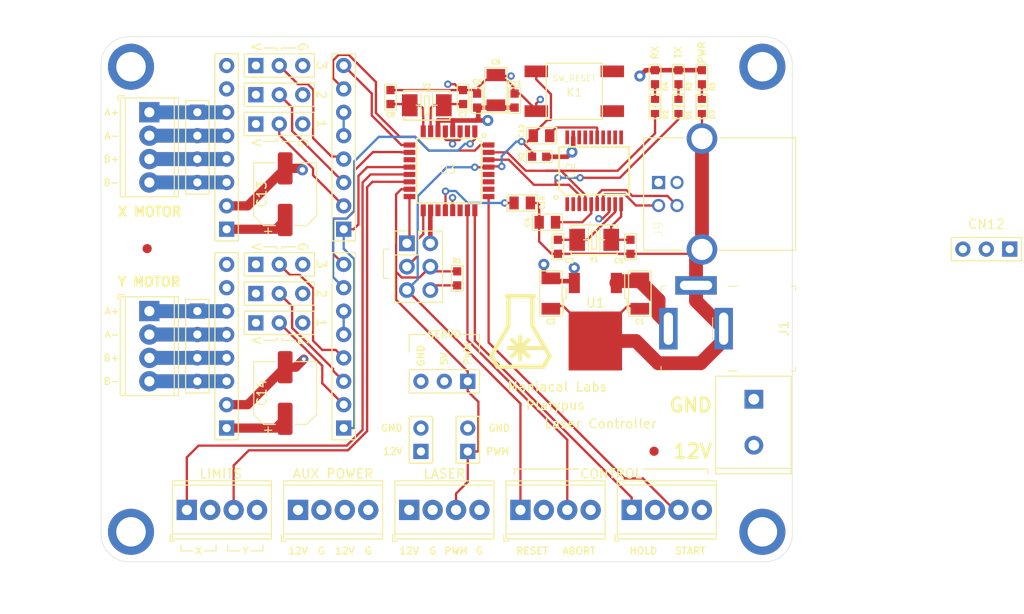
<source format=kicad_pcb>
(kicad_pcb (version 20171130) (host pcbnew 5.1.2-1.fc30)
  (layers (0 F.Cu signal) (1 GND power hide) (2 PWR power hide) (31 B.Cu signal) (34 B.Paste user) (35 F.Paste user) (36 B.SilkS user) (37 F.SilkS user) (38 B.Mask user) (39 F.Mask user) (44 Edge.Cuts user))
  (net 0 "")
  (net 1 GND)
  (net 2 "Net-(C3-Pad2)")
  (net 3 "Net-(C4-Pad1)")
  (net 4 "Net-(C5-Pad2)")
  (net 5 5V)
  (net 6 "Net-(C7-Pad1)")
  (net 7 "Net-(C8-Pad2)")
  (net 8 "Net-(C10-Pad1)")
  (net 9 /NANO_RESET)
  (net 10 /VIN_12V)
  (net 11 /PULSE)
  (net 12 /StepDriverX/CFG1)
  (net 13 /StepDriverX/CFG2)
  (net 14 /StepDriverX/CFG3)
  (net 15 /X_DIR)
  (net 16 /X_STEP)
  (net 17 "Net-(CN5-Pad5)")
  (net 18 /STEP_EN)
  (net 19 "Net-(CN6-Pad6)")
  (net 20 "Net-(CN6-Pad5)")
  (net 21 "Net-(CN6-Pad4)")
  (net 22 "Net-(CN6-Pad3)")
  (net 23 /StepDriverY/CFG1)
  (net 24 /StepDriverY/CFG2)
  (net 25 /StepDriverY/CFG3)
  (net 26 "Net-(CN10-Pad5)")
  (net 27 /Y_STEP)
  (net 28 /Y_DIR)
  (net 29 "Net-(CN11-Pad3)")
  (net 30 "Net-(CN11-Pad4)")
  (net 31 "Net-(CN11-Pad5)")
  (net 32 "Net-(CN11-Pad6)")
  (net 33 "Net-(D1-Pad1)")
  (net 34 "Net-(D2-Pad1)")
  (net 35 /GRBL_ABORT)
  (net 36 /HOLD)
  (net 37 /START)
  (net 38 /X_LIMIT)
  (net 39 /Y_LIMIT)
  (net 40 "/Arduino Nano/D12")
  (net 41 "/Arduino Nano/D13")
  (net 42 "Net-(K1-Pad2)")
  (net 43 "Net-(K1-Pad1)")
  (net 44 /GRBL_RX)
  (net 45 /GRBL_TX)
  (net 46 "Net-(U2-Pad1)")
  (net 47 "Net-(U2-Pad2)")
  (net 48 "Net-(U2-Pad11)")
  (net 49 "Net-(U2-Pad12)")
  (net 50 "Net-(U2-Pad13)")
  (net 51 "Net-(U2-Pad14)")
  (net 52 "Net-(U2-Pad16)")
  (net 53 "Net-(U2-Pad17)")
  (net 54 "Net-(U2-Pad18)")
  (net 55 "Net-(U2-Pad20)")
  (net 56 "/Arduino Nano/D4")
  (net 57 "/Arduino Nano/D7")
  (net 58 "/Arduino Nano/A6")
  (net 59 "/Arduino Nano/A7")
  (net 60 "/Arduino Nano/A3")
  (net 61 "/Arduino Nano/A4")
  (net 62 "/Arduino Nano/A5")
  (net 63 "Net-(D3-Pad1)")
  (net 64 "Net-(C12-Pad2)")
  (net 65 "Net-(J9-Pad3)")
  (net 66 "Net-(J9-Pad1)")
  (net 67 "Net-(J9-Pad2)")
  (module Logos:logo_MLlabs_small (layer F.Cu) (at 190.5 60)
    (fp_text reference G*** hide)
    (fp_text value LOGO hide)
  )
  (module OPL_Capacitor:C0805 (layer F.Cu) (at 192.786 38.735)
    (fp_text reference C12 (at -2.159 -0.508 90) (layer F.SilkS) (effects (font (size 0.508 0.508) (thickness 0.127))))
    (fp_text value 100nF)
    (pad 2 smd rect (at 0.89 0) (size 1.016 1.4) (layers F.Cu F.Paste F.Mask) (net 64 "Net-(C12-Pad2)"))
    (pad 1 smd rect (at -0.889 0) (size 1.016 1.4) (layers F.Cu F.Paste F.Mask) (net 9 /NANO_RESET))
  )
  (module OPL_Crystal_Oscillator:X2-SMD-5.0X3.2X1.3MM (layer F.Cu) (at 198.501 50.038 180)
    (fp_text reference Y1 (at 0 -2.159) (layer F.SilkS) (effects (font (size 0.508 0.508) (thickness 0.127))))
    (fp_text value 12MHz)
    (pad 2 smd rect (at 1.85 0 180) (size 1.7 2.4) (layers F.Cu F.Paste F.Mask) (net 2 "Net-(C3-Pad2)"))
    (pad 1 smd rect (at -1.85 0 180) (size 1.7 2.4) (layers F.Cu F.Paste F.Mask) (net 4 "Net-(C5-Pad2)"))
  )
  (module OPL_Capacitor:C0603 (layer F.Cu) (at 194.564 50.8 90)
    (fp_text reference C3 (at -1.524 1.27) (layer F.SilkS) (effects (font (size 0.508 0.508) (thickness 0.127))))
    (fp_text value 22pF)
    (pad 1 smd rect (at -0.762 0 90) (size 0.9 0.9) (layers F.Cu F.Paste F.Mask) (net 1 GND))
    (pad 2 smd rect (at 0.762 0 90) (size 0.9 0.9) (layers F.Cu F.Paste F.Mask) (net 2 "Net-(C3-Pad2)"))
  )
  (module OPL_Capacitor:C0805 (layer F.Cu) (at 193.421 48.133 180)
    (fp_text reference C4 (at 2.159 0 90) (layer F.SilkS) (effects (font (size 0.508 0.508) (thickness 0.127))))
    (fp_text value 100nF)
    (pad 1 smd rect (at -0.889 0 180) (size 1.016 1.4) (layers F.Cu F.Paste F.Mask) (net 3 "Net-(C4-Pad1)"))
    (pad 2 smd rect (at 0.89 0 180) (size 1.016 1.4) (layers F.Cu F.Paste F.Mask) (net 1 GND))
  )
  (module OPL_Capacitor:C0603 (layer F.Cu) (at 202.438 50.8 90)
    (fp_text reference C5 (at -1.524 -1.27) (layer F.SilkS) (effects (font (size 0.508 0.508) (thickness 0.127))))
    (fp_text value 22pF)
    (pad 2 smd rect (at 0.762 0 90) (size 0.9 0.9) (layers F.Cu F.Paste F.Mask) (net 4 "Net-(C5-Pad2)"))
    (pad 1 smd rect (at -0.762 0 90) (size 0.9 0.9) (layers F.Cu F.Paste F.Mask) (net 1 GND))
  )
  (module OPL_Capacitor:C0603 (layer F.Cu) (at 185.801 34.925 270)
    (fp_text reference C6 (at -2.032 0 180) (layer F.SilkS) (effects (font (size 0.508 0.508) (thickness 0.127))))
    (fp_text value 1uF)
    (pad 1 smd rect (at -0.762 0 270) (size 0.9 0.9) (layers F.Cu F.Paste F.Mask) (net 1 GND))
    (pad 2 smd rect (at 0.762 0 270) (size 0.9 0.9) (layers F.Cu F.Paste F.Mask) (net 5 5V))
  )
  (module OPL_Capacitor:C0603 (layer F.Cu) (at 184.277 34.544 90)
    (fp_text reference C7 (at -1.905 0 180) (layer F.SilkS) (effects (font (size 0.508 0.508) (thickness 0.127))))
    (fp_text value 22pF)
    (pad 1 smd rect (at -0.762 0 90) (size 0.9 0.9) (layers F.Cu F.Paste F.Mask) (net 6 "Net-(C7-Pad1)"))
    (pad 2 smd rect (at 0.762 0 90) (size 0.9 0.9) (layers F.Cu F.Paste F.Mask) (net 1 GND))
  )
  (module OPL_Capacitor:C0603 (layer F.Cu) (at 176.403 34.544 270)
    (fp_text reference C8 (at 1.905 0 180) (layer F.SilkS) (effects (font (size 0.508 0.508) (thickness 0.127))))
    (fp_text value 22pF)
    (pad 2 smd rect (at 0.762 0 270) (size 0.9 0.9) (layers F.Cu F.Paste F.Mask) (net 7 "Net-(C8-Pad2)"))
    (pad 1 smd rect (at -0.762 0 270) (size 0.9 0.9) (layers F.Cu F.Paste F.Mask) (net 1 GND))
  )
  (module OPL_Capacitor:C0805 (layer F.Cu) (at 190.6905 46.0375)
    (fp_text reference C10 (at 2.159 0 270) (layer F.SilkS) (effects (font (size 0.508 0.508) (thickness 0.127))))
    (fp_text value 100nF)
    (pad 1 smd rect (at -0.889 0) (size 1.016 1.4) (layers F.Cu F.Paste F.Mask) (net 8 "Net-(C10-Pad1)"))
    (pad 2 smd rect (at 0.89 0) (size 1.016 1.4) (layers F.Cu F.Paste F.Mask) (net 1 GND))
  )
  (module OPL_Capacitor:C0603 (layer F.Cu) (at 189.865 34.925 270)
    (fp_text reference C11 (at -1.905 0 180) (layer F.SilkS) (effects (font (size 0.508 0.508) (thickness 0.127))))
    (fp_text value 1uF)
    (pad 2 smd rect (at 0.762 0 270) (size 0.9 0.9) (layers F.Cu F.Paste F.Mask) (net 5 5V))
    (pad 1 smd rect (at -0.762 0 270) (size 0.9 0.9) (layers F.Cu F.Paste F.Mask) (net 1 GND))
  )
  (module Capacitor_SMD:CP_Elec_6.3x5.4 (layer F.Cu) (at 164.973 45.085 90)
    (fp_text reference C13 (at 0 -2.54 90) (layer F.SilkS))
    (fp_text value 47uF)
    (pad 2 smd roundrect (at 2.8 0 90) (size 3.5 1.6) (layers F.Cu F.Paste F.Mask) (roundrect_rratio 0.15625) (net 1 GND))
    (pad 1 smd roundrect (at -2.8 0 90) (size 3.5 1.6) (layers F.Cu F.Paste F.Mask) (roundrect_rratio 0.15625) (net 10 /VIN_12V))
  )
  (module Capacitor_SMD:CP_Elec_6.3x5.4 (layer F.Cu) (at 164.973 66.675 90)
    (fp_text reference C14 (at 0 -2.54 90) (layer F.SilkS))
    (fp_text value 47uF)
    (pad 1 smd roundrect (at -2.8 0 90) (size 3.5 1.6) (layers F.Cu F.Paste F.Mask) (roundrect_rratio 0.15625) (net 10 /VIN_12V))
    (pad 2 smd roundrect (at 2.8 0 90) (size 3.5 1.6) (layers F.Cu F.Paste F.Mask) (roundrect_rratio 0.15625) (net 1 GND))
  )
  (module OPL_Connector:H3-2.54 (layer F.Cu) (at 182.245 65.405)
    (fp_text reference CN1 hide)
    (fp_text value SERVO_PWM)
    (pad 3 thru_hole circle (at -2.54 0 90) (size 1.651 1.651) (drill 0.889) (layers *.Cu *.Mask) (net 1 GND))
    (pad 2 thru_hole circle (at 0 0 90) (size 1.651 1.651) (drill 0.889) (layers *.Cu *.Mask) (net 5 5V))
    (pad 1 thru_hole rect (at 2.54 0 90) (size 1.651 1.651) (drill 0.889) (layers *.Cu *.Mask) (net 11 /PULSE))
  )
  (module OPL_Connector:H3-2.54 (layer F.Cu) (at 164.338 37.465 180)
    (fp_text reference CN2 hide)
    (fp_text value CFG1)
    (pad 1 thru_hole rect (at 2.54 0 270) (size 1.651 1.651) (drill 0.889) (layers *.Cu *.Mask) (net 5 5V))
    (pad 2 thru_hole circle (at 0 0 270) (size 1.651 1.651) (drill 0.889) (layers *.Cu *.Mask) (net 12 /StepDriverX/CFG1))
    (pad 3 thru_hole circle (at -2.54 0 270) (size 1.651 1.651) (drill 0.889) (layers *.Cu *.Mask) (net 1 GND))
  )
  (module OPL_Connector:H3-2.54 (layer F.Cu) (at 164.338 34.29 180)
    (fp_text reference CN3 hide)
    (fp_text value CFG1)
    (pad 1 thru_hole rect (at 2.54 0 270) (size 1.651 1.651) (drill 0.889) (layers *.Cu *.Mask) (net 5 5V))
    (pad 2 thru_hole circle (at 0 0 270) (size 1.651 1.651) (drill 0.889) (layers *.Cu *.Mask) (net 13 /StepDriverX/CFG2))
    (pad 3 thru_hole circle (at -2.54 0 270) (size 1.651 1.651) (drill 0.889) (layers *.Cu *.Mask) (net 1 GND))
  )
  (module OPL_Connector:H3-2.54 (layer F.Cu) (at 164.338 31.115 180)
    (fp_text reference CN4 hide)
    (fp_text value CFG1)
    (pad 3 thru_hole circle (at -2.54 0 270) (size 1.651 1.651) (drill 0.889) (layers *.Cu *.Mask) (net 1 GND))
    (pad 2 thru_hole circle (at 0 0 270) (size 1.651 1.651) (drill 0.889) (layers *.Cu *.Mask) (net 14 /StepDriverX/CFG3))
    (pad 1 thru_hole rect (at 2.54 0 270) (size 1.651 1.651) (drill 0.889) (layers *.Cu *.Mask) (net 5 5V))
  )
  (module OPL_Connector:H8-2.54 (layer F.Cu) (at 171.323 40.005 270)
    (fp_text reference CN5 hide)
    (fp_text value FEMALE_LEFT hide)
    (pad 8 thru_hole circle (at -8.89 0 180) (size 1.651 1.651) (drill 0.889) (layers *.Cu *.Mask) (net 15 /X_DIR))
    (pad 7 thru_hole circle (at -6.35 0 180) (size 1.651 1.651) (drill 0.889) (layers *.Cu *.Mask) (net 16 /X_STEP))
    (pad 6 thru_hole circle (at -3.81 0 180) (size 1.651 1.651) (drill 0.889) (layers *.Cu *.Mask) (net 17 "Net-(CN5-Pad5)"))
    (pad 5 thru_hole circle (at -1.27 0 180) (size 1.651 1.651) (drill 0.889) (layers *.Cu *.Mask) (net 17 "Net-(CN5-Pad5)"))
    (pad 4 thru_hole circle (at 1.27 0 180) (size 1.651 1.651) (drill 0.889) (layers *.Cu *.Mask) (net 14 /StepDriverX/CFG3))
    (pad 3 thru_hole circle (at 3.81 0 180) (size 1.651 1.651) (drill 0.889) (layers *.Cu *.Mask) (net 13 /StepDriverX/CFG2))
    (pad 2 thru_hole circle (at 6.35 0 180) (size 1.651 1.651) (drill 0.889) (layers *.Cu *.Mask) (net 12 /StepDriverX/CFG1))
    (pad 1 thru_hole rect (at 8.89 0 180) (size 1.651 1.651) (drill 0.889) (layers *.Cu *.Mask) (net 18 /STEP_EN))
  )
  (module OPL_Connector:H8-2.54 (layer F.Cu) (at 158.623 40.005 270)
    (fp_text reference CN6 hide)
    (fp_text value FEMALE_RIGHT hide)
    (pad 8 thru_hole circle (at -8.89 0 180) (size 1.651 1.651) (drill 0.889) (layers *.Cu *.Mask) (net 1 GND))
    (pad 7 thru_hole circle (at -6.35 0 180) (size 1.651 1.651) (drill 0.889) (layers *.Cu *.Mask) (net 5 5V))
    (pad 6 thru_hole circle (at -3.81 0 180) (size 1.651 1.651) (drill 0.889) (layers *.Cu *.Mask) (net 19 "Net-(CN6-Pad6)"))
    (pad 5 thru_hole circle (at -1.27 0 180) (size 1.651 1.651) (drill 0.889) (layers *.Cu *.Mask) (net 20 "Net-(CN6-Pad5)"))
    (pad 4 thru_hole circle (at 1.27 0 180) (size 1.651 1.651) (drill 0.889) (layers *.Cu *.Mask) (net 21 "Net-(CN6-Pad4)"))
    (pad 3 thru_hole circle (at 3.81 0 180) (size 1.651 1.651) (drill 0.889) (layers *.Cu *.Mask) (net 22 "Net-(CN6-Pad3)"))
    (pad 2 thru_hole circle (at 6.35 0 180) (size 1.651 1.651) (drill 0.889) (layers *.Cu *.Mask) (net 1 GND))
    (pad 1 thru_hole rect (at 8.89 0 180) (size 1.651 1.651) (drill 0.889) (layers *.Cu *.Mask) (net 10 /VIN_12V))
  )
  (module OPL_Connector:H3-2.54 (layer F.Cu) (at 164.338 59.055 180)
    (fp_text reference CN7 hide)
    (fp_text value CFG1)
    (pad 3 thru_hole circle (at -2.54 0 270) (size 1.651 1.651) (drill 0.889) (layers *.Cu *.Mask) (net 1 GND))
    (pad 2 thru_hole circle (at 0 0 270) (size 1.651 1.651) (drill 0.889) (layers *.Cu *.Mask) (net 23 /StepDriverY/CFG1))
    (pad 1 thru_hole rect (at 2.54 0 270) (size 1.651 1.651) (drill 0.889) (layers *.Cu *.Mask) (net 5 5V))
  )
  (module OPL_Connector:H3-2.54 (layer F.Cu) (at 164.338 55.88 180)
    (fp_text reference CN8 hide)
    (fp_text value CFG1)
    (pad 3 thru_hole circle (at -2.54 0 270) (size 1.651 1.651) (drill 0.889) (layers *.Cu *.Mask) (net 1 GND))
    (pad 2 thru_hole circle (at 0 0 270) (size 1.651 1.651) (drill 0.889) (layers *.Cu *.Mask) (net 24 /StepDriverY/CFG2))
    (pad 1 thru_hole rect (at 2.54 0 270) (size 1.651 1.651) (drill 0.889) (layers *.Cu *.Mask) (net 5 5V))
  )
  (module OPL_Connector:H3-2.54 (layer F.Cu) (at 164.338 52.705 180)
    (fp_text reference CN9 hide)
    (fp_text value CFG1)
    (pad 1 thru_hole rect (at 2.54 0 270) (size 1.651 1.651) (drill 0.889) (layers *.Cu *.Mask) (net 5 5V))
    (pad 2 thru_hole circle (at 0 0 270) (size 1.651 1.651) (drill 0.889) (layers *.Cu *.Mask) (net 25 /StepDriverY/CFG3))
    (pad 3 thru_hole circle (at -2.54 0 270) (size 1.651 1.651) (drill 0.889) (layers *.Cu *.Mask) (net 1 GND))
  )
  (module OPL_Connector:H8-2.54 (layer F.Cu) (at 171.323 61.595 270)
    (fp_text reference CN10 hide)
    (fp_text value FEMALE_LEFT)
    (pad 1 thru_hole rect (at 8.89 0 180) (size 1.651 1.651) (drill 0.889) (layers *.Cu *.Mask) (net 18 /STEP_EN))
    (pad 2 thru_hole circle (at 6.35 0 180) (size 1.651 1.651) (drill 0.889) (layers *.Cu *.Mask) (net 23 /StepDriverY/CFG1))
    (pad 3 thru_hole circle (at 3.81 0 180) (size 1.651 1.651) (drill 0.889) (layers *.Cu *.Mask) (net 24 /StepDriverY/CFG2))
    (pad 4 thru_hole circle (at 1.27 0 180) (size 1.651 1.651) (drill 0.889) (layers *.Cu *.Mask) (net 25 /StepDriverY/CFG3))
    (pad 5 thru_hole circle (at -1.27 0 180) (size 1.651 1.651) (drill 0.889) (layers *.Cu *.Mask) (net 26 "Net-(CN10-Pad5)"))
    (pad 6 thru_hole circle (at -3.81 0 180) (size 1.651 1.651) (drill 0.889) (layers *.Cu *.Mask) (net 26 "Net-(CN10-Pad5)"))
    (pad 7 thru_hole circle (at -6.35 0 180) (size 1.651 1.651) (drill 0.889) (layers *.Cu *.Mask) (net 27 /Y_STEP))
    (pad 8 thru_hole circle (at -8.89 0 180) (size 1.651 1.651) (drill 0.889) (layers *.Cu *.Mask) (net 28 /Y_DIR))
  )
  (module OPL_Connector:H8-2.54 (layer F.Cu) (at 158.623 61.595 270)
    (fp_text reference CN11 hide)
    (fp_text value FEMALE_RIGHT)
    (pad 1 thru_hole rect (at 8.89 0 180) (size 1.651 1.651) (drill 0.889) (layers *.Cu *.Mask) (net 10 /VIN_12V))
    (pad 2 thru_hole circle (at 6.35 0 180) (size 1.651 1.651) (drill 0.889) (layers *.Cu *.Mask) (net 1 GND))
    (pad 3 thru_hole circle (at 3.81 0 180) (size 1.651 1.651) (drill 0.889) (layers *.Cu *.Mask) (net 29 "Net-(CN11-Pad3)"))
    (pad 4 thru_hole circle (at 1.27 0 180) (size 1.651 1.651) (drill 0.889) (layers *.Cu *.Mask) (net 30 "Net-(CN11-Pad4)"))
    (pad 5 thru_hole circle (at -1.27 0 180) (size 1.651 1.651) (drill 0.889) (layers *.Cu *.Mask) (net 31 "Net-(CN11-Pad5)"))
    (pad 6 thru_hole circle (at -3.81 0 180) (size 1.651 1.651) (drill 0.889) (layers *.Cu *.Mask) (net 32 "Net-(CN11-Pad6)"))
    (pad 7 thru_hole circle (at -6.35 0 180) (size 1.651 1.651) (drill 0.889) (layers *.Cu *.Mask) (net 5 5V))
    (pad 8 thru_hole circle (at -8.89 0 180) (size 1.651 1.651) (drill 0.889) (layers *.Cu *.Mask) (net 1 GND))
  )
  (module OPL_Optoelectronics:LED-0603 (layer F.Cu) (at 207.645 35.56 270)
    (fp_text reference D1 (at 0.889 -1.143 90) (layer F.SilkS) (effects (font (size 0.508 0.508) (thickness 0.127))))
    (fp_text value LED_RED hide)
    (pad 1 smd rect (at -0.762 0 270) (size 0.762 0.889) (layers F.Cu F.Paste F.Mask) (net 33 "Net-(D1-Pad1)"))
    (pad 2 smd rect (at 0.762 0 270) (size 0.762 0.889) (layers F.Cu F.Paste F.Mask) (net 44 /GRBL_RX))
  )
  (module OPL_Optoelectronics:LED-0603 (layer F.Cu) (at 205.105 35.56 270)
    (fp_text reference D2 (at 0.889 -1.143 90) (layer F.SilkS) (effects (font (size 0.508 0.508) (thickness 0.127))))
    (fp_text value LED_RED hide)
    (pad 2 smd rect (at 0.762 0 270) (size 0.762 0.889) (layers F.Cu F.Paste F.Mask) (net 45 /GRBL_TX))
    (pad 1 smd rect (at -0.762 0 270) (size 0.762 0.889) (layers F.Cu F.Paste F.Mask) (net 34 "Net-(D2-Pad1)"))
  )
  (module digikey-footprints:Barrel_Jack_5.5mmODx2.1mmID_PJ-202A (layer F.Cu) (at 209.55 59.69 270)
    (fp_text reference J1 (at 0 -9.525 90) (layer F.SilkS))
    (fp_text value PJ-202AH)
    (pad 3 thru_hole rect (at -4.7 0 270) (size 2 4.5) (drill oval 1 3.5) (layers *.Cu *.Mask) (net 1 GND))
    (pad 1 thru_hole rect (at 0 3 270) (size 4.5 2) (drill oval 3.5 1) (layers *.Cu *.Mask) (net 10 /VIN_12V))
    (pad 2 thru_hole rect (at 0 -3 270) (size 4.5 2) (drill oval 3.5 1) (layers *.Cu *.Mask) (net 1 GND))
  )
  (module TerminalBlock_Phoenix:TerminalBlock_Phoenix_MPT-0,5-4-2.54_1x04_P2.54mm_Horizontal (layer F.Cu) (at 178.435 79.375)
    (fp_text reference J2 hide)
    (fp_text value TermLaser)
    (pad 4 thru_hole circle (at 7.62 0) (size 2.2 2.2) (drill 1.1) (layers *.Cu *.Mask) (net 1 GND))
    (pad 3 thru_hole circle (at 5.08 0) (size 2.2 2.2) (drill 1.1) (layers *.Cu *.Mask) (net 11 /PULSE))
    (pad 2 thru_hole circle (at 2.54 0) (size 2.2 2.2) (drill 1.1) (layers *.Cu *.Mask) (net 1 GND))
    (pad 1 thru_hole rect (at 0 0) (size 2.2 2.2) (drill 1.1) (layers *.Cu *.Mask) (net 10 /VIN_12V))
  )
  (module TerminalBlock_Phoenix:TerminalBlock_Phoenix_MPT-0,5-4-2.54_1x04_P2.54mm_Horizontal (layer F.Cu) (at 190.5 79.375)
    (fp_text reference J3 hide)
    (fp_text value TermStop)
    (pad 1 thru_hole rect (at 0 0) (size 2.2 2.2) (drill 1.1) (layers *.Cu *.Mask) (net 9 /NANO_RESET))
    (pad 2 thru_hole circle (at 2.54 0) (size 2.2 2.2) (drill 1.1) (layers *.Cu *.Mask) (net 1 GND))
    (pad 3 thru_hole circle (at 5.08 0) (size 2.2 2.2) (drill 1.1) (layers *.Cu *.Mask) (net 35 /GRBL_ABORT))
    (pad 4 thru_hole circle (at 7.62 0) (size 2.2 2.2) (drill 1.1) (layers *.Cu *.Mask) (net 1 GND))
  )
  (module OPL_Connector:H2-2.54 (layer F.Cu) (at 179.705 71.755 90)
    (fp_text reference J4 hide)
    (fp_text value LASER_PWR)
    (pad 1 thru_hole rect (at -1.27 0 180) (size 1.651 1.651) (drill 0.9) (layers *.Cu *.Mask) (net 10 /VIN_12V))
    (pad 2 thru_hole circle (at 1.27 0 180) (size 1.651 1.651) (drill 0.9) (layers *.Cu *.Mask) (net 1 GND))
  )
  (module OPL_Connector:H2-2.54 (layer F.Cu) (at 184.785 71.755 90)
    (fp_text reference J5 hide)
    (fp_text value LASER_PULSE)
    (pad 2 thru_hole circle (at 1.27 0 180) (size 1.651 1.651) (drill 0.9) (layers *.Cu *.Mask) (net 1 GND))
    (pad 1 thru_hole rect (at -1.27 0 180) (size 1.651 1.651) (drill 0.9) (layers *.Cu *.Mask) (net 11 /PULSE))
  )
  (module TerminalBlock_Phoenix:TerminalBlock_Phoenix_MPT-0,5-4-2.54_1x04_P2.54mm_Horizontal (layer F.Cu) (at 202.565 79.375)
    (fp_text reference J6 hide)
    (fp_text value TermControl)
    (pad 4 thru_hole circle (at 7.62 0) (size 2.2 2.2) (drill 1.1) (layers *.Cu *.Mask) (net 1 GND))
    (pad 3 thru_hole circle (at 5.08 0) (size 2.2 2.2) (drill 1.1) (layers *.Cu *.Mask) (net 37 /START))
    (pad 2 thru_hole circle (at 2.54 0) (size 2.2 2.2) (drill 1.1) (layers *.Cu *.Mask) (net 1 GND))
    (pad 1 thru_hole rect (at 0 0) (size 2.2 2.2) (drill 1.1) (layers *.Cu *.Mask) (net 36 /HOLD))
  )
  (module TerminalBlock_Phoenix:TerminalBlock_Phoenix_MPT-0,5-4-2.54_1x04_P2.54mm_Horizontal (layer F.Cu) (at 154.305 79.375)
    (fp_text reference J7 hide)
    (fp_text value TermLimit)
    (pad 1 thru_hole rect (at 0 0) (size 2.2 2.2) (drill 1.1) (layers *.Cu *.Mask) (net 38 /X_LIMIT))
    (pad 2 thru_hole circle (at 2.54 0) (size 2.2 2.2) (drill 1.1) (layers *.Cu *.Mask) (net 1 GND))
    (pad 3 thru_hole circle (at 5.08 0) (size 2.2 2.2) (drill 1.1) (layers *.Cu *.Mask) (net 39 /Y_LIMIT))
    (pad 4 thru_hole circle (at 7.62 0) (size 2.2 2.2) (drill 1.1) (layers *.Cu *.Mask) (net 1 GND))
  )
  (module TerminalBlock_Phoenix:TerminalBlock_Phoenix_MPT-0,5-4-2.54_1x04_P2.54mm_Horizontal (layer F.Cu) (at 166.37 79.375)
    (fp_text reference J8 hide)
    (fp_text value TermAux)
    (pad 4 thru_hole circle (at 7.62 0) (size 2.2 2.2) (drill 1.1) (layers *.Cu *.Mask) (net 1 GND))
    (pad 3 thru_hole circle (at 5.08 0) (size 2.2 2.2) (drill 1.1) (layers *.Cu *.Mask) (net 10 /VIN_12V))
    (pad 2 thru_hole circle (at 2.54 0) (size 2.2 2.2) (drill 1.1) (layers *.Cu *.Mask) (net 1 GND))
    (pad 1 thru_hole rect (at 0 0) (size 2.2 2.2) (drill 1.1) (layers *.Cu *.Mask) (net 10 /VIN_12V))
  )
  (module Connector_PinHeader_2.54mm:PinHeader_2x03_P2.54mm_Vertical (layer F.Cu) (at 178.181 50.419)
    (fp_text reference J10 hide)
    (fp_text value ICSP)
    (pad 1 thru_hole rect (at 0 0) (size 1.7 1.7) (drill 1) (layers *.Cu *.Mask) (net 40 "/Arduino Nano/D12"))
    (pad 2 thru_hole oval (at 2.54 0) (size 1.7 1.7) (drill 1) (layers *.Cu *.Mask) (net 5 5V))
    (pad 3 thru_hole oval (at 0 2.54) (size 1.7 1.7) (drill 1) (layers *.Cu *.Mask) (net 41 "/Arduino Nano/D13"))
    (pad 4 thru_hole oval (at 2.54 2.54) (size 1.7 1.7) (drill 1) (layers *.Cu *.Mask) (net 11 /PULSE))
    (pad 5 thru_hole oval (at 0 5.08) (size 1.7 1.7) (drill 1) (layers *.Cu *.Mask) (net 9 /NANO_RESET))
    (pad 6 thru_hole oval (at 2.54 5.08) (size 1.7 1.7) (drill 1) (layers *.Cu *.Mask) (net 1 GND))
  )
  (module TerminalBlock_Phoenix:TerminalBlock_Phoenix_MPT-0,5-4-2.54_1x04_P2.54mm_Horizontal (layer F.Cu) (at 150.241 36.195 270)
    (fp_text reference J11 hide)
    (fp_text value MotorTerm)
    (pad 1 thru_hole rect (at 0 0 270) (size 2.2 2.2) (drill 1.1) (layers *.Cu *.Mask) (net 19 "Net-(CN6-Pad6)"))
    (pad 2 thru_hole circle (at 2.54 0 270) (size 2.2 2.2) (drill 1.1) (layers *.Cu *.Mask) (net 20 "Net-(CN6-Pad5)"))
    (pad 3 thru_hole circle (at 5.08 0 270) (size 2.2 2.2) (drill 1.1) (layers *.Cu *.Mask) (net 21 "Net-(CN6-Pad4)"))
    (pad 4 thru_hole circle (at 7.62 0 270) (size 2.2 2.2) (drill 1.1) (layers *.Cu *.Mask) (net 22 "Net-(CN6-Pad3)"))
  )
  (module OPL_Connector:H4-2.54 (layer F.Cu) (at 155.448 40.005 90)
    (fp_text reference J12 hide)
    (fp_text value MotorHeader hide)
    (pad 1 thru_hole rect (at 3.81 0) (size 1.651 1.651) (drill 0.889) (layers *.Cu *.Mask) (net 19 "Net-(CN6-Pad6)"))
    (pad 2 thru_hole circle (at 1.27 0) (size 1.651 1.651) (drill 0.889) (layers *.Cu *.Mask) (net 20 "Net-(CN6-Pad5)"))
    (pad 3 thru_hole circle (at -1.27 0) (size 1.651 1.651) (drill 0.889) (layers *.Cu *.Mask) (net 21 "Net-(CN6-Pad4)"))
    (pad 4 thru_hole circle (at -3.81 0) (size 1.651 1.651) (drill 0.889) (layers *.Cu *.Mask) (net 22 "Net-(CN6-Pad3)"))
  )
  (module TerminalBlock_Phoenix:TerminalBlock_Phoenix_MPT-0,5-4-2.54_1x04_P2.54mm_Horizontal (layer F.Cu) (at 150.241 57.785 270)
    (fp_text reference J13 hide)
    (fp_text value MotorTerm)
    (pad 1 thru_hole rect (at 0 0 270) (size 2.2 2.2) (drill 1.1) (layers *.Cu *.Mask) (net 32 "Net-(CN11-Pad6)"))
    (pad 2 thru_hole circle (at 2.54 0 270) (size 2.2 2.2) (drill 1.1) (layers *.Cu *.Mask) (net 31 "Net-(CN11-Pad5)"))
    (pad 3 thru_hole circle (at 5.08 0 270) (size 2.2 2.2) (drill 1.1) (layers *.Cu *.Mask) (net 30 "Net-(CN11-Pad4)"))
    (pad 4 thru_hole circle (at 7.62 0 270) (size 2.2 2.2) (drill 1.1) (layers *.Cu *.Mask) (net 29 "Net-(CN11-Pad3)"))
  )
  (module OPL_Connector:H4-2.54 (layer F.Cu) (at 155.448 61.595 90)
    (fp_text reference J14 hide)
    (fp_text value MotorHeader)
    (pad 4 thru_hole circle (at -3.81 0) (size 1.651 1.651) (drill 0.889) (layers *.Cu *.Mask) (net 29 "Net-(CN11-Pad3)"))
    (pad 3 thru_hole circle (at -1.27 0) (size 1.651 1.651) (drill 0.889) (layers *.Cu *.Mask) (net 30 "Net-(CN11-Pad4)"))
    (pad 2 thru_hole circle (at 1.27 0) (size 1.651 1.651) (drill 0.889) (layers *.Cu *.Mask) (net 31 "Net-(CN11-Pad5)"))
    (pad 1 thru_hole rect (at 3.81 0) (size 1.651 1.651) (drill 0.889) (layers *.Cu *.Mask) (net 32 "Net-(CN11-Pad6)"))
  )
  (module OPL_Switch:SW4-SMD-6.0X6.0X5.0MM (layer F.Cu) (at 196.342 33.909 180)
    (fp_text reference K1 (at 0 -0.127) (layer F.SilkS) (effects (font (size 0.889 0.889) (thickness 0.1016))))
    (fp_text value SW_RESET (at 0 1.397) (layer F.SilkS) (effects (font (size 0.635 0.635) (thickness 0.0762))))
    (pad 4 smd rect (at 4.1275 -2.159 180) (size 2.54 1.27) (layers F.Cu F.Paste F.Mask) (net 1 GND))
    (pad 3 smd rect (at 4.1275 2.159 180) (size 2.54 1.27) (layers F.Cu F.Paste F.Mask) (net 9 /NANO_RESET))
    (pad 2 smd rect (at -4.1275 2.159 180) (size 2.54 1.27) (layers F.Cu F.Paste F.Mask) (net 42 "Net-(K1-Pad2)"))
    (pad 1 smd rect (at -4.1275 -2.159 180) (size 2.54 1.27) (layers F.Cu F.Paste F.Mask) (net 43 "Net-(K1-Pad1)"))
  )
  (module OPL_Resistor:R0603 (layer F.Cu) (at 183.642 54.229 90)
    (fp_text reference R1 (at 1.905 0 180) (layer F.SilkS) (effects (font (size 0.508 0.508) (thickness 0.127))))
    (fp_text value 10K)
    (pad 1 smd rect (at -0.762 0 90) (size 0.889 0.889) (layers F.Cu F.Paste F.Mask) (net 1 GND))
    (pad 2 smd rect (at 0.762 0 90) (size 0.889 0.889) (layers F.Cu F.Paste F.Mask) (net 11 /PULSE))
  )
  (module OPL_Resistor:R0603 (layer F.Cu) (at 192.532 41.021)
    (fp_text reference R2 (at -1.905 0 270) (layer F.SilkS) (effects (font (size 0.508 0.508) (thickness 0.127))))
    (fp_text value 10K)
    (pad 2 smd rect (at 0.762 0) (size 0.889 0.889) (layers F.Cu F.Paste F.Mask) (net 5 5V))
    (pad 1 smd rect (at -0.762 0) (size 0.889 0.889) (layers F.Cu F.Paste F.Mask) (net 9 /NANO_RESET))
  )
  (module Package_TO_SOT_SMD:TO-252-2 (layer F.Cu) (at 198.628 58.928 270)
    (fp_text reference U1 (at -2.032 0 180) (layer F.SilkS))
    (fp_text value CJ7805)
    (pad 1 smd rect (at -4.2 -2.28 270) (size 2.2 1.2) (layers F.Cu F.Paste F.Mask) (net 10 /VIN_12V))
    (pad 3 smd rect (at -4.2 2.28 270) (size 2.2 1.2) (layers F.Cu F.Paste F.Mask) (net 5 5V))
    (pad 2 smd rect (at 2.1 0 270) (size 6.4 5.8) (layers F.Cu F.Mask) (net 1 GND))
  )
  (module OPL_Integrated_Circuit:SSOP20-0.65-7.6X5.2MM (layer F.Cu) (at 198.501 42.545 90)
    (fp_text reference U2 (at 0 -2.54 90) (layer F.SilkS) (effects (font (size 0.889 0.889) (thickness 0.1016))))
    (fp_text value INTERFACE-CH340T_SSOP20_ hide)
    (pad 1 smd rect (at -3.62458 -2.92354) (size 0.39878 1.4986) (layers F.Cu F.Paste F.Mask) (net 46 "Net-(U2-Pad1)"))
    (pad 2 smd rect (at -3.62458 -2.2733) (size 0.39878 1.4986) (layers F.Cu F.Paste F.Mask) (net 47 "Net-(U2-Pad2)"))
    (pad 3 smd rect (at -3.62458 -1.62306) (size 0.39878 1.4986) (layers F.Cu F.Paste F.Mask) (net 44 /GRBL_RX))
    (pad 4 smd rect (at -3.62458 -0.97282) (size 0.39878 1.4986) (layers F.Cu F.Paste F.Mask) (net 45 /GRBL_TX))
    (pad 5 smd rect (at -3.62458 -0.32258) (size 0.39878 1.4986) (layers F.Cu F.Paste F.Mask) (net 3 "Net-(C4-Pad1)"))
    (pad 6 smd rect (at -3.62458 0.32258) (size 0.39878 1.4986) (layers F.Cu F.Paste F.Mask) (net 65 "Net-(J9-Pad3)"))
    (pad 7 smd rect (at -3.62458 0.97282) (size 0.39878 1.4986) (layers F.Cu F.Paste F.Mask) (net 67 "Net-(J9-Pad2)"))
    (pad 8 smd rect (at -3.62458 1.62306) (size 0.39878 1.4986) (layers F.Cu F.Paste F.Mask) (net 1 GND))
    (pad 9 smd rect (at -3.62458 2.2733) (size 0.39878 1.4986) (layers F.Cu F.Paste F.Mask) (net 2 "Net-(C3-Pad2)"))
    (pad 10 smd rect (at -3.62458 2.92354) (size 0.39878 1.4986) (layers F.Cu F.Paste F.Mask) (net 4 "Net-(C5-Pad2)"))
    (pad 11 smd rect (at 3.62458 2.92354) (size 0.39878 1.4986) (layers F.Cu F.Paste F.Mask) (net 48 "Net-(U2-Pad11)"))
    (pad 12 smd rect (at 3.62458 2.2733) (size 0.39878 1.4986) (layers F.Cu F.Paste F.Mask) (net 49 "Net-(U2-Pad12)"))
    (pad 13 smd rect (at 3.62458 1.62306) (size 0.39878 1.4986) (layers F.Cu F.Paste F.Mask) (net 50 "Net-(U2-Pad13)"))
    (pad 14 smd rect (at 3.62458 0.97282) (size 0.39878 1.4986) (layers F.Cu F.Paste F.Mask) (net 51 "Net-(U2-Pad14)"))
    (pad 15 smd rect (at 3.62458 0.32258) (size 0.39878 1.4986) (layers F.Cu F.Paste F.Mask) (net 64 "Net-(C12-Pad2)"))
    (pad 16 smd rect (at 3.62458 -0.32258) (size 0.39878 1.4986) (layers F.Cu F.Paste F.Mask) (net 52 "Net-(U2-Pad16)"))
    (pad 17 smd rect (at 3.62458 -0.97282) (size 0.39878 1.4986) (layers F.Cu F.Paste F.Mask) (net 53 "Net-(U2-Pad17)"))
    (pad 18 smd rect (at 3.62458 -1.62306) (size 0.39878 1.4986) (layers F.Cu F.Paste F.Mask) (net 54 "Net-(U2-Pad18)"))
    (pad 19 smd rect (at 3.62458 -2.2733) (size 0.39878 1.4986) (layers F.Cu F.Paste F.Mask) (net 5 5V))
    (pad 20 smd rect (at 3.62458 -2.92354) (size 0.39878 1.4986) (layers F.Cu F.Paste F.Mask) (net 55 "Net-(U2-Pad20)"))
  )
  (module OPL_Integrated_Circuit:TQFP32-0.8-7X7MM (layer F.Cu) (at 182.753 42.545 270)
    (fp_text reference U3 (at -0.127 0.127 180) (layer F.SilkS) (effects (font (size 0.889 0.889) (thickness 0.1016))))
    (fp_text value MCU-ATMEGA328P-AU_TQFP32_ hide)
    (pad 1 smd rect (at -4.2926 -2.79908 270) (size 1.27 0.5588) (layers F.Cu F.Paste F.Mask) (net 27 /Y_STEP))
    (pad 2 smd rect (at -4.2926 -1.99898 270) (size 1.27 0.5588) (layers F.Cu F.Paste F.Mask) (net 56 "/Arduino Nano/D4"))
    (pad 3 smd rect (at -4.2926 -1.19888 270) (size 1.27 0.5588) (layers F.Cu F.Paste F.Mask) (net 1 GND))
    (pad 4 smd rect (at -4.2926 -0.39878 270) (size 1.27 0.5588) (layers F.Cu F.Paste F.Mask) (net 5 5V))
    (pad 5 smd rect (at -4.2926 0.39878 270) (size 1.27 0.5588) (layers F.Cu F.Paste F.Mask) (net 1 GND))
    (pad 6 smd rect (at -4.2926 1.19888 270) (size 1.27 0.5588) (layers F.Cu F.Paste F.Mask) (net 5 5V))
    (pad 7 smd rect (at -4.2926 1.99898 270) (size 1.27 0.5588) (layers F.Cu F.Paste F.Mask) (net 6 "Net-(C7-Pad1)"))
    (pad 8 smd rect (at -4.2926 2.79908 270) (size 1.27 0.5588) (layers F.Cu F.Paste F.Mask) (net 7 "Net-(C8-Pad2)"))
    (pad 9 smd rect (at -2.79908 4.2926 270) (size 0.5588 1.27) (layers F.Cu F.Paste F.Mask) (net 15 /X_DIR))
    (pad 10 smd rect (at -1.99898 4.2926 270) (size 0.5588 1.27) (layers F.Cu F.Paste F.Mask) (net 28 /Y_DIR))
    (pad 11 smd rect (at -1.19888 4.2926 270) (size 0.5588 1.27) (layers F.Cu F.Paste F.Mask) (net 57 "/Arduino Nano/D7"))
    (pad 12 smd rect (at -0.39878 4.2926 270) (size 0.5588 1.27) (layers F.Cu F.Paste F.Mask) (net 18 /STEP_EN))
    (pad 13 smd rect (at 0.39878 4.2926 270) (size 0.5588 1.27) (layers F.Cu F.Paste F.Mask) (net 38 /X_LIMIT))
    (pad 14 smd rect (at 1.19888 4.2926 270) (size 0.5588 1.27) (layers F.Cu F.Paste F.Mask) (net 39 /Y_LIMIT))
    (pad 15 smd rect (at 1.99898 4.2926 270) (size 0.5588 1.27) (layers F.Cu F.Paste F.Mask) (net 11 /PULSE))
    (pad 16 smd rect (at 2.79908 4.2926 270) (size 0.5588 1.27) (layers F.Cu F.Paste F.Mask) (net 40 "/Arduino Nano/D12"))
    (pad 17 smd rect (at 4.2926 2.79908 270) (size 1.27 0.5588) (layers F.Cu F.Paste F.Mask) (net 41 "/Arduino Nano/D13"))
    (pad 18 smd rect (at 4.2926 1.99898 270) (size 1.27 0.5588) (layers F.Cu F.Paste F.Mask) (net 5 5V))
    (pad 19 smd rect (at 4.2926 1.19888 270) (size 1.27 0.5588) (layers F.Cu F.Paste F.Mask) (net 58 "/Arduino Nano/A6"))
    (pad 20 smd rect (at 4.2926 0.39878 270) (size 1.27 0.5588) (layers F.Cu F.Paste F.Mask) (net 8 "Net-(C10-Pad1)"))
    (pad 21 smd rect (at 4.2926 -0.39878 270) (size 1.27 0.5588) (layers F.Cu F.Paste F.Mask) (net 1 GND))
    (pad 22 smd rect (at 4.2926 -1.19888 270) (size 1.27 0.5588) (layers F.Cu F.Paste F.Mask) (net 59 "/Arduino Nano/A7"))
    (pad 23 smd rect (at 4.2926 -1.99898 270) (size 1.27 0.5588) (layers F.Cu F.Paste F.Mask) (net 35 /GRBL_ABORT))
    (pad 24 smd rect (at 4.2926 -2.79908 270) (size 1.27 0.5588) (layers F.Cu F.Paste F.Mask) (net 36 /HOLD))
    (pad 25 smd rect (at 2.79908 -4.2926 270) (size 0.5588 1.27) (layers F.Cu F.Paste F.Mask) (net 37 /START))
    (pad 26 smd rect (at 1.99898 -4.2926 270) (size 0.5588 1.27) (layers F.Cu F.Paste F.Mask) (net 60 "/Arduino Nano/A3"))
    (pad 27 smd rect (at 1.19888 -4.2926 270) (size 0.5588 1.27) (layers F.Cu F.Paste F.Mask) (net 61 "/Arduino Nano/A4"))
    (pad 28 smd rect (at 0.39878 -4.2926 270) (size 0.5588 1.27) (layers F.Cu F.Paste F.Mask) (net 62 "/Arduino Nano/A5"))
    (pad 29 smd rect (at -0.39878 -4.2926 270) (size 0.5588 1.27) (layers F.Cu F.Paste F.Mask) (net 9 /NANO_RESET))
    (pad 30 smd rect (at -1.19888 -4.2926 270) (size 0.5588 1.27) (layers F.Cu F.Paste F.Mask) (net 44 /GRBL_RX))
    (pad 31 smd rect (at -1.99898 -4.2926 270) (size 0.5588 1.27) (layers F.Cu F.Paste F.Mask) (net 45 /GRBL_TX))
    (pad 32 smd rect (at -2.79908 -4.2926 270) (size 0.5588 1.27) (layers F.Cu F.Paste F.Mask) (net 16 /X_STEP))
  )
  (module OPL_Crystal_Oscillator:X2-SMD-5.0X3.2X1.3MM (layer F.Cu) (at 180.34 35.433 180)
    (fp_text reference Y2 (at 0 2.032) (layer F.SilkS) (effects (font (size 0.508 0.508) (thickness 0.127))))
    (fp_text value 16MHZ)
    (pad 1 smd rect (at -1.85 0 180) (size 1.7 2.4) (layers F.Cu F.Paste F.Mask) (net 6 "Net-(C7-Pad1)"))
    (pad 2 smd rect (at 1.85 0 180) (size 1.7 2.4) (layers F.Cu F.Paste F.Mask) (net 7 "Net-(C8-Pad2)"))
  )
  (module Fiducial:Fiducial_1mm_Dia_2mm_Outer (layer F.Cu) (at 150 51)
    (fp_text reference FID1 hide)
    (fp_text value Fiducial)
    (pad "" smd circle (at 0 0) (size 1 1) (layers F.Cu F.Mask) (clearance 0.5))
  )
  (module Fiducial:Fiducial_1mm_Dia_2mm_Outer (layer F.Cu) (at 205 73)
    (fp_text reference FID2 hide)
    (fp_text value Fiducial)
    (pad "" smd circle (at 0 0) (size 1 1) (layers F.Cu F.Mask) (clearance 0.5))
  )
  (module CUI:CUI_UJ2-BH-1-TH (layer F.Cu) (at 205.486 43.815 90)
    (fp_text reference J9 (at -5.08 0 90) (layer F.SilkS) (effects (font (size 1.0006 1.0006) (thickness 0.05))))
    (fp_text value UJ2-BH-1-TH hide)
    (pad SH2 thru_hole circle (at 4.77 4.71 90) (size 3.316 3.316) (drill 2.3) (layers *.Cu *.Mask) (net 1 GND))
    (pad SH1 thru_hole circle (at -7.27 4.71 90) (size 3.316 3.316) (drill 2.3) (layers *.Cu *.Mask) (net 1 GND))
    (pad 4 thru_hole circle (at 0 2 90) (size 1.428 1.428) (drill 0.92) (layers *.Cu *.Mask) (net 1 GND))
    (pad 3 thru_hole circle (at -2.5 2 90) (size 1.428 1.428) (drill 0.92) (layers *.Cu *.Mask) (net 65 "Net-(J9-Pad3)"))
    (pad 1 thru_hole rect (at 0 0 90) (size 1.428 1.428) (drill 0.92) (layers *.Cu *.Mask) (net 66 "Net-(J9-Pad1)"))
    (pad 2 thru_hole circle (at -2.5 0 90) (size 1.428 1.428) (drill 0.92) (layers *.Cu *.Mask) (net 67 "Net-(J9-Pad2)"))
  )
  (module MountingHole:MountingHole_2.5mm_Pad (layer F.Cu) (at 216.75 31.25)
    (fp_text reference H1 hide)
    (fp_text value Mount)
    (pad 1 thru_hole circle (at 0 0) (size 5 5) (drill 3.2) (layers *.Cu *.Mask) (net 1 GND))
  )
  (module MountingHole:MountingHole_2.5mm_Pad (layer F.Cu) (at 148.25 81.75)
    (fp_text reference H2 hide)
    (fp_text value Mount)
    (pad 1 thru_hole circle (at 0 0) (size 5 5) (drill 3.2) (layers *.Cu *.Mask) (net 1 GND))
  )
  (module MountingHole:MountingHole_2.5mm_Pad (layer F.Cu) (at 148.25 31.25)
    (fp_text reference H3 hide)
    (fp_text value Mount)
    (pad 1 thru_hole circle (at 0 0) (size 5 5) (drill 3.2) (layers *.Cu *.Mask) (net 1 GND))
  )
  (module MountingHole:MountingHole_2.5mm_Pad (layer F.Cu) (at 216.75 81.75)
    (fp_text reference H4 hide)
    (fp_text value Mount)
    (pad 1 thru_hole circle (at 0 0) (size 5 5) (drill 3.2) (layers *.Cu *.Mask) (net 1 GND))
  )
  (module OPL_Optoelectronics:LED-0603 (layer F.Cu) (at 210.185 35.56 270)
    (fp_text reference D3 (at 0.889 -1.143 90) (layer F.SilkS) (effects (font (size 0.508 0.508) (thickness 0.127))))
    (fp_text value LED_RED hide)
    (pad 2 smd rect (at 0.762 0 270) (size 0.762 0.889) (layers F.Cu F.Paste F.Mask) (net 1 GND))
    (pad 1 smd rect (at -0.762 0 270) (size 0.762 0.889) (layers F.Cu F.Paste F.Mask) (net 63 "Net-(D3-Pad1)"))
  )
  (module OPL_Resistor:R0603 (layer F.Cu) (at 210.185 32.385 90)
    (fp_text reference R5 (at -1.016 1.143 270) (layer F.SilkS) (effects (font (size 0.508 0.508) (thickness 0.127))))
    (fp_text value 1K)
    (pad 1 smd rect (at -0.762 0 90) (size 0.889 0.889) (layers F.Cu F.Paste F.Mask) (net 63 "Net-(D3-Pad1)"))
    (pad 2 smd rect (at 0.762 0 90) (size 0.889 0.889) (layers F.Cu F.Paste F.Mask) (net 5 5V))
  )
  (module OPL_Connector:H2-5.0-10.5X8.0MM (layer F.Cu) (at 215.773 69.85 270)
    (fp_text reference J15 hide)
    (fp_text value 12V_TERM)
    (pad 1 thru_hole rect (at -2.5 -0.05) (size 2.032 2.032) (drill 1.1684) (layers *.Cu *.Mask) (net 1 GND))
    (pad 2 thru_hole circle (at 2.5 -0.05) (size 2.032 2.032) (drill 1.1684) (layers *.Cu *.Mask) (net 10 /VIN_12V))
  )
  (module OPL_Capacitor:C1206 (layer F.Cu) (at 203.454 55.88 270)
    (fp_text reference C1 (at 3.048 0) (layer F.SilkS) (effects (font (size 0.508 0.508) (thickness 0.127))))
    (fp_text value 10uF)
    (pad 2 smd rect (at 1.651 0 270) (size 1.27 2.032) (layers F.Cu F.Paste F.Mask) (net 1 GND))
    (pad 1 smd rect (at -1.651 0 270) (size 1.27 2.032) (layers F.Cu F.Paste F.Mask) (net 10 /VIN_12V))
  )
  (module OPL_Capacitor:C1206 (layer F.Cu) (at 193.802 55.88 270)
    (fp_text reference C2 (at 3.048 0 180) (layer F.SilkS) (effects (font (size 0.508 0.508) (thickness 0.127))))
    (fp_text value 10uF)
    (pad 1 smd rect (at -1.651 0 270) (size 1.27 2.032) (layers F.Cu F.Paste F.Mask) (net 5 5V))
    (pad 2 smd rect (at 1.651 0 270) (size 1.27 2.032) (layers F.Cu F.Paste F.Mask) (net 1 GND))
  )
  (module OPL_Capacitor:C1206 (layer F.Cu) (at 187.833 33.782 90)
    (fp_text reference C9 (at 3.048 0 180) (layer F.SilkS) (effects (font (size 0.508 0.508) (thickness 0.127))))
    (fp_text value 10uF)
    (pad 1 smd rect (at -1.651 0 90) (size 1.27 2.032) (layers F.Cu F.Paste F.Mask) (net 5 5V))
    (pad 2 smd rect (at 1.651 0 90) (size 1.27 2.032) (layers F.Cu F.Paste F.Mask) (net 1 GND))
  )
  (module OPL_Connector:H3-2.54 (layer F.Cu) (at 241.046 51.054)
    (fp_text reference CN12 (at 0 -2.7 180) (layer F.SilkS))
    (fp_text value LASER_CONN)
    (pad 3 thru_hole circle (at -2.54 0 90) (size 1.651 1.651) (drill 0.889) (layers *.Cu *.Mask) (net 10 /VIN_12V))
    (pad 2 thru_hole circle (at 0 0 90) (size 1.651 1.651) (drill 0.889) (layers *.Cu *.Mask) (net 1 GND))
    (pad 1 thru_hole rect (at 2.54 0 90) (size 1.651 1.651) (drill 0.889) (layers *.Cu *.Mask) (net 11 /PULSE))
  )
  (module OPL_Resistor:R0603 (layer F.Cu) (at 207.645 32.385 90)
    (fp_text reference R3 (at -1.016 1.143 270) (layer F.SilkS) (effects (font (size 0.508 0.508) (thickness 0.127))))
    (fp_text value 1K)
    (pad 1 smd rect (at -0.762 0 90) (size 0.889 0.889) (layers F.Cu F.Paste F.Mask) (net 33 "Net-(D1-Pad1)"))
    (pad 2 smd rect (at 0.762 0 90) (size 0.889 0.889) (layers F.Cu F.Paste F.Mask) (net 5 5V))
  )
  (module OPL_Resistor:R0603 (layer F.Cu) (at 205.105 32.385 270)
    (fp_text reference R4 (at 1.016 -1.143 270) (layer F.SilkS) (effects (font (size 0.508 0.508) (thickness 0.127))))
    (fp_text value 1K)
    (pad 2 smd rect (at 0.762 0 270) (size 0.889 0.889) (layers F.Cu F.Paste F.Mask) (net 34 "Net-(D2-Pad1)"))
    (pad 1 smd rect (at -0.762 0 270) (size 0.889 0.889) (layers F.Cu F.Paste F.Mask) (net 5 5V))
  )
  (gr_text "Laser Controller" (at 193 70) (layer F.SilkS) (effects (font (size 1 1)) (justify left)))
  (gr_text Platypus (at 191 68) (layer F.SilkS) (effects (font (size 1 1)) (justify left)))
  (gr_text "Maniacal Labs" (at 189 66) (layer F.SilkS) (effects (font (size 1 1)) (justify left)))
  (gr_line (start 164.592 50.8) (end 166.116 50.8) (layer F.SilkS) (width 0.12))
  (gr_line (start 164.592 51.054) (end 164.592 50.8) (layer F.SilkS) (width 0.12))
  (gr_line (start 162.56 50.8) (end 164.084 50.8) (layer F.SilkS) (width 0.12))
  (gr_line (start 164.084 50.8) (end 164.084 51.054) (layer F.SilkS) (width 0.12))
  (gr_line (start 166.116 60.96) (end 164.592 60.96) (layer F.SilkS) (width 0.12))
  (gr_line (start 164.592 60.96) (end 164.592 60.706) (layer F.SilkS) (width 0.12))
  (gr_line (start 164.084 60.96) (end 162.56 60.96) (layer F.SilkS) (width 0.12))
  (gr_line (start 164.084 60.706) (end 164.084 60.96) (layer F.SilkS) (width 0.12))
  (gr_line (start 164.592 39.37) (end 164.592 39.116) (layer F.SilkS) (width 0.12))
  (gr_line (start 164.084 39.116) (end 164.084 39.37) (layer F.SilkS) (width 0.12))
  (gr_line (start 164.084 39.37) (end 162.56 39.37) (layer F.SilkS) (width 0.12))
  (gr_line (start 166.116 39.37) (end 164.592 39.37) (layer F.SilkS) (width 0.12))
  (gr_line (start 164.592 29.21) (end 166.116 29.21) (layer F.SilkS) (width 0.12))
  (gr_line (start 164.592 29.464) (end 164.592 29.21) (layer F.SilkS) (width 0.12))
  (gr_line (start 164.084 29.21) (end 164.084 29.464) (layer F.SilkS) (width 0.12))
  (gr_line (start 162.56 29.21) (end 164.084 29.21) (layer F.SilkS) (width 0.12))
  (gr_text G (at 166.878 29.083 270) (layer F.SilkS) (effects (font (size 1 1))))
  (gr_text V (at 161.798 29.083 270) (layer F.SilkS) (effects (font (size 1 1))))
  (gr_text G (at 166.878 50.8 270) (layer F.SilkS) (effects (font (size 1 1))))
  (gr_text V (at 161.798 50.8 270) (layer F.SilkS) (effects (font (size 1 1))))
  (gr_text G (at 166.878 60.96 270) (layer F.SilkS) (effects (font (size 1 1))))
  (gr_text V (at 161.798 60.96 270) (layer F.SilkS) (effects (font (size 1 1))))
  (gr_text G (at 166.878 39.497 270) (layer F.SilkS) (effects (font (size 1 1))))
  (gr_text V (at 161.798 39.497 270) (layer F.SilkS) (effects (font (size 1 1))))
  (gr_text 1 (at 168.91 59.055 270) (layer F.SilkS) (effects (font (size 1 1))))
  (gr_text 3 (at 168.91 52.705 270) (layer F.SilkS) (effects (font (size 1 1))))
  (gr_text 2 (at 168.91 55.88 270) (layer F.SilkS) (effects (font (size 1 1))))
  (gr_text 3 (at 168.91 31.115 270) (layer F.SilkS) (effects (font (size 1 1))))
  (gr_text 2 (at 168.91 34.29 270) (layer F.SilkS) (effects (font (size 1 1))))
  (gr_text 1 (at 168.91 37.465 270) (layer F.SilkS) (effects (font (size 1 1))))
  (gr_text 12V (at 211.455 73) (layer F.SilkS) (effects (font (size 1.5 1.5) (thickness 0.3)) (justify right)))
  (gr_text GND (at 211.455 68) (layer F.SilkS) (effects (font (size 1.5 1.5) (thickness 0.3)) (justify right)))
  (gr_text "Y MOTOR" (at 146.685 54.61) (layer F.SilkS) (effects (font (size 1.016 1.016) (thickness 0.254)) (justify left)))
  (gr_text "X MOTOR" (at 146.685 46.99) (layer F.SilkS) (effects (font (size 1.016 1.016) (thickness 0.254)) (justify left)))
  (gr_text A- (at 147.066 60.325) (layer F.SilkS) (effects (font (size 0.762 0.762) (thickness 0.127)) (justify right)))
  (gr_text A+ (at 147.066 57.785) (layer F.SilkS) (effects (font (size 0.762 0.762) (thickness 0.127)) (justify right)))
  (gr_text B- (at 147.066 65.405) (layer F.SilkS) (effects (font (size 0.762 0.762) (thickness 0.127)) (justify right)))
  (gr_text B+ (at 147.066 62.865) (layer F.SilkS) (effects (font (size 0.762 0.762) (thickness 0.127)) (justify right)))
  (gr_text B- (at 147.066 43.815) (layer F.SilkS) (effects (font (size 0.762 0.762) (thickness 0.127)) (justify right)))
  (gr_text B+ (at 147.066 41.275) (layer F.SilkS) (effects (font (size 0.762 0.762) (thickness 0.127)) (justify right)))
  (gr_text A- (at 147.066 38.735) (layer F.SilkS) (effects (font (size 0.762 0.762) (thickness 0.127)) (justify right)))
  (gr_text A+ (at 147.066 36.195) (layer F.SilkS) (effects (font (size 0.762 0.762) (thickness 0.127)) (justify right)))
  (gr_arc (start 148 31) (end 148 28) (angle -90) (layer Edge.Cuts) (width 0.05))
  (gr_arc (start 217 31) (end 220 31) (angle -90) (layer Edge.Cuts) (width 0.05))
  (gr_arc (start 217 82) (end 217 85) (angle -90) (layer Edge.Cuts) (width 0.05))
  (gr_arc (start 148 82) (end 145 82) (angle -90) (layer Edge.Cuts) (width 0.05))
  (gr_line (start 148 28) (end 217 28) (layer Edge.Cuts) (width 0.05))
  (gr_line (start 145 31) (end 145 82) (layer Edge.Cuts) (width 0.05))
  (gr_line (start 217 85) (end 148 85) (layer Edge.Cuts) (width 0.05))
  (gr_line (start 220 31) (end 220 82) (layer Edge.Cuts) (width 0.05))
  (gr_line (start 178.435 60.325) (end 178.435 62.23) (layer F.SilkS) (width 0.12))
  (gr_line (start 180.34 60.325) (end 178.435 60.325) (layer F.SilkS) (width 0.12))
  (gr_line (start 186.055 60.325) (end 186.055 62.23) (layer F.SilkS) (width 0.12))
  (gr_line (start 184.15 60.325) (end 186.055 60.325) (layer F.SilkS) (width 0.12))
  (gr_text SERVO (at 182.245 60.325) (layer F.SilkS) (effects (font (size 0.762 0.762))))
  (gr_text PWM (at 184.785 63.754 90) (layer F.SilkS) (effects (font (size 0.762 0.762)) (justify left)))
  (gr_text 5V (at 182.245 63.754 90) (layer F.SilkS) (effects (font (size 0.762 0.762)) (justify left)))
  (gr_text GND (at 179.705 63.881 90) (layer F.SilkS) (effects (font (size 0.762 0.762)) (justify left)))
  (gr_text GND (at 177.8 70.485) (layer F.SilkS) (effects (font (size 0.762 0.762)) (justify right)))
  (gr_text 12V (at 177.8 73.025) (layer F.SilkS) (effects (font (size 0.762 0.762)) (justify right)))
  (gr_text PWM (at 186.69 73.025) (layer F.SilkS) (effects (font (size 0.762 0.762)) (justify left)))
  (gr_text GND (at 186.944 70.485) (layer F.SilkS) (effects (font (size 0.762 0.762)) (justify left)))
  (gr_text G (at 186.055 83.82) (layer F.SilkS) (effects (font (size 0.762 0.762))))
  (gr_text PWM (at 183.515 83.82) (layer F.SilkS) (effects (font (size 0.762 0.762))))
  (gr_text G (at 180.975 83.82) (layer F.SilkS) (effects (font (size 0.762 0.762))))
  (gr_text 12V (at 178.435 83.82) (layer F.SilkS) (effects (font (size 0.762 0.762))))
  (gr_text G (at 173.99 83.82) (layer F.SilkS) (effects (font (size 0.762 0.762))))
  (gr_text G (at 168.91 83.82) (layer F.SilkS) (effects (font (size 0.762 0.762))))
  (gr_text 12V (at 171.45 83.82) (layer F.SilkS) (effects (font (size 0.762 0.762))))
  (gr_text 12V (at 166.37 83.82) (layer F.SilkS) (effects (font (size 0.762 0.762))))
  (gr_text START (at 208.915 83.82) (layer F.SilkS) (effects (font (size 0.762 0.762))))
  (gr_text HOLD (at 203.835 83.82) (layer F.SilkS) (effects (font (size 0.762 0.762))))
  (gr_text ABORT (at 196.85 83.82) (layer F.SilkS) (effects (font (size 0.762 0.762))))
  (gr_text RESET (at 191.77 83.82) (layer F.SilkS) (effects (font (size 0.762 0.762))))
  (gr_line (start 162.56 83.82) (end 162.56 83.185) (layer F.SilkS) (width 0.12))
  (gr_line (start 161.29 83.82) (end 162.56 83.82) (layer F.SilkS) (width 0.12))
  (gr_line (start 158.75 83.82) (end 158.75 83.185) (layer F.SilkS) (width 0.12))
  (gr_line (start 160.02 83.82) (end 158.75 83.82) (layer F.SilkS) (width 0.12))
  (gr_line (start 153.67 83.82) (end 153.67 83.185) (layer F.SilkS) (width 0.12))
  (gr_line (start 154.94 83.82) (end 153.67 83.82) (layer F.SilkS) (width 0.12))
  (gr_line (start 157.48 83.82) (end 157.48 83.185) (layer F.SilkS) (width 0.12))
  (gr_line (start 156.21 83.82) (end 157.48 83.82) (layer F.SilkS) (width 0.12))
  (gr_text Y (at 160.655 83.82) (layer F.SilkS) (effects (font (size 0.762 0.762))))
  (gr_text X (at 155.575 83.82) (layer F.SilkS) (effects (font (size 0.762 0.762))))
  (gr_line (start 210.82 74.93) (end 210.82 75.565) (layer F.SilkS) (width 0.12))
  (gr_line (start 203.835 74.93) (end 210.82 74.93) (layer F.SilkS) (width 0.12))
  (gr_line (start 189.865 74.93) (end 189.865 75.565) (layer F.SilkS) (width 0.12))
  (gr_line (start 196.85 74.93) (end 189.865 74.93) (layer F.SilkS) (width 0.12))
  (gr_text CONTROL (at 200.3298 75.438) (layer F.SilkS) (effects (font (size 1 1))))
  (gr_text LASER (at 182.245 75.438) (layer F.SilkS) (effects (font (size 1 1))))
  (gr_text "AUX POWER" (at 170.18 75.438) (layer F.SilkS) (effects (font (size 1 1))))
  (gr_text LIMITS (at 157.988 75.438) (layer F.SilkS) (effects (font (size 1 1))))
  (gr_line (start 175.641 54.229) (end 176.276 54.229) (layer F.SilkS) (width 0.12))
  (gr_line (start 175.641 51.054) (end 175.641 54.229) (layer F.SilkS) (width 0.12))
  (gr_line (start 176.276 51.054) (end 175.641 51.054) (layer F.SilkS) (width 0.12))
  (gr_text RX (at 205.105 29.718 90) (layer F.SilkS) (effects (font (size 0.762 0.762))))
  (gr_text TX (at 207.645 29.718 90) (layer F.SilkS) (effects (font (size 0.762 0.762))))
  (gr_text PWR (at 210.185 29.718 90) (layer F.SilkS) (effects (font (size 0.762 0.762))))
  (segment (start 202.126 57.23) (end 198.628 60.728) (width 0.25) (layer F.Cu) (net 1))
  (segment (start 203.454 57.23) (end 202.126 57.23) (width 0.25) (layer F.Cu) (net 1))
  (segment (start 198.628 60.728) (end 198.628 61.028) (width 0.25) (layer F.Cu) (net 1))
  (segment (start 193.802 57.23) (end 195.13 57.23) (width 0.25) (layer F.Cu) (net 1))
  (segment (start 195.13 57.23) (end 198.628 60.728) (width 0.25) (layer F.Cu) (net 1))
  (segment (start 212.55 60.94) (end 212.55 59.69) (width 1.5) (layer F.Cu) (net 1))
  (segment (start 210.05 63.44) (end 212.55 60.94) (width 1.5) (layer F.Cu) (net 1))
  (segment (start 205.44 63.44) (end 210.05 63.44) (width 1.5) (layer F.Cu) (net 1))
  (segment (start 203.028 61.028) (end 205.44 63.44) (width 1.5) (layer F.Cu) (net 1))
  (segment (start 198.628 61.028) (end 203.028 61.028) (width 1.5) (layer F.Cu) (net 1))
  (segment (start 209.55 56.69) (end 212.55 59.69) (width 1.5) (layer F.Cu) (net 1))
  (segment (start 209.55 54.99) (end 209.55 56.69) (width 1.5) (layer F.Cu) (net 1))
  (segment (start 209.55 51.731) (end 210.196 51.085) (width 1.5) (layer F.Cu) (net 1))
  (segment (start 209.55 54.99) (end 209.55 51.731) (width 1.5) (layer F.Cu) (net 1))
  (segment (start 210.196 51.085) (end 210.196 39.045) (width 1.5) (layer F.Cu) (net 1))
  (segment (start 201.738 51.562) (end 202.438 51.562) (width 0.25) (layer F.Cu) (net 1))
  (segment (start 201.736999 51.563001) (end 201.738 51.562) (width 0.25) (layer F.Cu) (net 1))
  (segment (start 195.265001 51.563001) (end 201.736999 51.563001) (width 0.25) (layer F.Cu) (net 1))
  (segment (start 195.264 51.562) (end 195.265001 51.563001) (width 0.25) (layer F.Cu) (net 1))
  (segment (start 194.564 51.562) (end 195.264 51.562) (width 0.25) (layer F.Cu) (net 1))
  (segment (start 209.719 51.562) (end 210.196 51.085) (width 0.25) (layer F.Cu) (net 1))
  (segment (start 202.438 51.562) (end 209.719 51.562) (width 0.25) (layer F.Cu) (net 1))
  (via (at 199.009 47.752) (size 0.8) (drill 0.4) (layers F.Cu B.Cu) (net 1))
  (segment (start 199.40059 47.752) (end 199.009 47.752) (width 0.25) (layer F.Cu) (net 1))
  (segment (start 200.12406 46.16958) (end 200.12406 47.02853) (width 0.25) (layer F.Cu) (net 1))
  (segment (start 200.12406 47.02853) (end 199.40059 47.752) (width 0.25) (layer F.Cu) (net 1))
  (segment (start 193.864 51.562) (end 194.564 51.562) (width 0.25) (layer F.Cu) (net 1))
  (segment (start 192.531 50.229) (end 193.864 51.562) (width 0.25) (layer F.Cu) (net 1))
  (segment (start 192.531 48.133) (end 192.531 50.229) (width 0.25) (layer F.Cu) (net 1))
  (segment (start 176.657 33.782) (end 184.023 33.782) (width 0.25) (layer F.Cu) (net 1))
  (segment (start 210.196 36.964) (end 210.196 39.045) (width 0.25) (layer F.Cu) (net 1))
  (segment (start 210.185 36.953) (end 210.196 36.964) (width 0.25) (layer F.Cu) (net 1))
  (segment (start 210.185 36.322) (end 210.185 36.953) (width 0.25) (layer F.Cu) (net 1))
  (via (at 183.134 45.466) (size 0.8) (drill 0.4) (layers F.Cu B.Cu) (net 1))
  (segment (start 183.134 46.81982) (end 183.15178 46.8376) (width 0.25) (layer F.Cu) (net 1))
  (segment (start 183.134 45.466) (end 183.134 46.81982) (width 0.25) (layer F.Cu) (net 1))
  (segment (start 183.95188 39.1374) (end 183.95188 38.2524) (width 0.25) (layer F.Cu) (net 1))
  (segment (start 183.876879 39.212401) (end 183.95188 39.1374) (width 0.25) (layer F.Cu) (net 1))
  (segment (start 182.35422 39.1374) (end 182.429221 39.212401) (width 0.25) (layer F.Cu) (net 1))
  (segment (start 182.35422 38.2524) (end 182.35422 39.1374) (width 0.25) (layer F.Cu) (net 1))
  (via (at 183.134 39.624) (size 0.8) (drill 0.4) (layers F.Cu B.Cu) (net 1))
  (segment (start 183.134 39.308802) (end 183.037599 39.212401) (width 0.25) (layer F.Cu) (net 1))
  (segment (start 183.134 39.624) (end 183.134 39.308802) (width 0.25) (layer F.Cu) (net 1))
  (segment (start 182.429221 39.212401) (end 183.037599 39.212401) (width 0.25) (layer F.Cu) (net 1))
  (segment (start 183.037599 39.212401) (end 183.876879 39.212401) (width 0.25) (layer F.Cu) (net 1))
  (segment (start 187.058 32.686) (end 187.833 32.686) (width 0.25) (layer F.Cu) (net 1))
  (segment (start 186.705 32.686) (end 187.058 32.686) (width 0.25) (layer F.Cu) (net 1))
  (segment (start 185.928 33.463) (end 186.705 32.686) (width 0.25) (layer F.Cu) (net 1))
  (segment (start 185.928 34.163) (end 185.928 33.463) (width 0.25) (layer F.Cu) (net 1))
  (segment (start 188.608 32.686) (end 187.833 32.686) (width 0.25) (layer F.Cu) (net 1))
  (segment (start 188.961 32.686) (end 188.608 32.686) (width 0.25) (layer F.Cu) (net 1))
  (segment (start 189.738 33.463) (end 188.961 32.686) (width 0.25) (layer F.Cu) (net 1))
  (segment (start 189.738 34.163) (end 189.738 33.463) (width 0.25) (layer F.Cu) (net 1))
  (segment (start 192.2145 35.9395) (end 192.2145 36.068) (width 0.25) (layer F.Cu) (net 1))
  (segment (start 190.438 34.163) (end 192.2145 35.9395) (width 0.25) (layer F.Cu) (net 1))
  (segment (start 189.738 34.163) (end 190.438 34.163) (width 0.25) (layer F.Cu) (net 1))
  (segment (start 192.531 47.183) (end 192.531 48.133) (width 0.25) (layer F.Cu) (net 1))
  (segment (start 192.531 46.23) (end 192.531 47.183) (width 0.25) (layer F.Cu) (net 1))
  (segment (start 192.3385 46.0375) (end 192.531 46.23) (width 0.25) (layer F.Cu) (net 1))
  (segment (start 191.5805 46.0375) (end 192.3385 46.0375) (width 0.25) (layer F.Cu) (net 1))
  (segment (start 160.903 46.355) (end 164.973 42.285) (width 1) (layer F.Cu) (net 1))
  (segment (start 158.623 46.355) (end 160.903 46.355) (width 1) (layer F.Cu) (net 1))
  (segment (start 160.903 67.945) (end 164.973 63.875) (width 1) (layer F.Cu) (net 1))
  (segment (start 158.623 67.945) (end 160.903 67.945) (width 1) (layer F.Cu) (net 1))
  (via (at 192.659 34.798) (size 0.8) (drill 0.4) (layers F.Cu B.Cu) (net 1))
  (segment (start 192.2145 36.068) (end 192.2145 35.2425) (width 0.25) (layer F.Cu) (net 1))
  (segment (start 192.2145 35.2425) (end 192.659 34.798) (width 0.25) (layer F.Cu) (net 1))
  (segment (start 185.547 33.782) (end 185.928 34.163) (width 0.25) (layer F.Cu) (net 1))
  (segment (start 184.023 33.782) (end 185.547 33.782) (width 0.25) (layer F.Cu) (net 1))
  (via (at 189.484 32.258) (size 0.8) (drill 0.4) (layers F.Cu B.Cu) (net 1))
  (segment (start 188.261 32.258) (end 187.833 32.686) (width 0.25) (layer F.Cu) (net 1))
  (segment (start 189.484 32.258) (end 188.261 32.258) (width 0.25) (layer F.Cu) (net 1))
  (via (at 182.626 33.147) (size 0.8) (drill 0.4) (layers F.Cu B.Cu) (net 1))
  (segment (start 183.388 33.147) (end 184.023 33.782) (width 0.25) (layer F.Cu) (net 1))
  (segment (start 182.626 33.147) (end 183.388 33.147) (width 0.25) (layer F.Cu) (net 1))
  (segment (start 181.229 54.991) (end 180.721 55.499) (width 0.25) (layer F.Cu) (net 1))
  (segment (start 183.642 54.991) (end 181.229 54.991) (width 0.25) (layer F.Cu) (net 1))
  (via (at 167 63) (size 0.8) (drill 0.4) (layers F.Cu B.Cu) (net 1))
  (segment (start 164.973 63.875) (end 166.125 63.875) (width 1) (layer F.Cu) (net 1))
  (segment (start 166.125 63.875) (end 167 63) (width 1) (layer F.Cu) (net 1))
  (segment (start 164.973 42.285) (end 166.682405 42.285) (width 1) (layer F.Cu) (net 1))
  (segment (start 166.682405 42.285) (end 166.846703 42.449298) (width 1) (layer F.Cu) (net 1))
  (via (at 166.846703 42.449298) (size 1.2) (drill 0.6) (layers F.Cu B.Cu) (net 1))
  (segment (start 200.7743 47.0147) (end 200.7743 46.16958) (width 0.25) (layer F.Cu) (net 2))
  (segment (start 197.751 50.038) (end 200.7743 47.0147) (width 0.25) (layer F.Cu) (net 2))
  (segment (start 196.651 50.038) (end 197.751 50.038) (width 0.25) (layer F.Cu) (net 2))
  (segment (start 194.564 50.038) (end 196.651 50.038) (width 0.25) (layer F.Cu) (net 2))
  (segment (start 195.068 48.133) (end 194.31 48.133) (width 0.25) (layer F.Cu) (net 3))
  (segment (start 197.2143 48.133) (end 195.068 48.133) (width 0.25) (layer F.Cu) (net 3))
  (segment (start 198.17842 47.16888) (end 197.2143 48.133) (width 0.25) (layer F.Cu) (net 3))
  (segment (start 198.17842 46.16958) (end 198.17842 47.16888) (width 0.25) (layer F.Cu) (net 3))
  (segment (start 201.42454 47.16888) (end 201.42454 46.16958) (width 0.25) (layer F.Cu) (net 4))
  (segment (start 201.42454 47.51446) (end 201.42454 47.16888) (width 0.25) (layer F.Cu) (net 4))
  (segment (start 200.351 48.588) (end 201.42454 47.51446) (width 0.25) (layer F.Cu) (net 4))
  (segment (start 200.351 50.038) (end 200.351 48.588) (width 0.25) (layer F.Cu) (net 4))
  (segment (start 202.438 50.038) (end 200.351 50.038) (width 0.25) (layer F.Cu) (net 4))
  (segment (start 196.15 54.53) (end 196.348 54.728) (width 0.5) (layer F.Cu) (net 5))
  (segment (start 193.802 54.53) (end 196.15 54.53) (width 0.5) (layer F.Cu) (net 5))
  (via (at 196.088 40.513) (size 1.2) (drill 0.6) (layers F.Cu B.Cu) (net 5))
  (segment (start 196.2277 40.3733) (end 196.2277 38.92042) (width 0.5) (layer F.Cu) (net 5))
  (segment (start 196.088 40.513) (end 196.2277 40.3733) (width 0.5) (layer F.Cu) (net 5))
  (via (at 203.454 32.258) (size 1.2) (drill 0.6) (layers F.Cu B.Cu) (net 5))
  (segment (start 204.053999 31.658001) (end 204.124001 31.658001) (width 0.5) (layer F.Cu) (net 5))
  (segment (start 203.454 32.258) (end 204.053999 31.658001) (width 0.5) (layer F.Cu) (net 5))
  (segment (start 204.159002 31.623) (end 205.105 31.623) (width 0.5) (layer F.Cu) (net 5))
  (segment (start 204.124001 31.658001) (end 204.159002 31.623) (width 0.5) (layer F.Cu) (net 5))
  (segment (start 205.105 31.623) (end 207.645 31.623) (width 0.5) (layer F.Cu) (net 5))
  (segment (start 207.645 31.623) (end 210.185 31.623) (width 0.5) (layer F.Cu) (net 5))
  (via (at 186.955998 37.084) (size 1.2) (drill 0.6) (layers F.Cu B.Cu) (net 5))
  (segment (start 183.15178 37.1174) (end 183.15178 38.2524) (width 0.5) (layer F.Cu) (net 5))
  (segment (start 183.18518 37.084) (end 183.15178 37.1174) (width 0.5) (layer F.Cu) (net 5))
  (segment (start 181.55412 37.1174) (end 181.55412 38.2524) (width 0.5) (layer F.Cu) (net 5))
  (segment (start 181.58752 37.084) (end 181.55412 37.1174) (width 0.5) (layer F.Cu) (net 5))
  (segment (start 183.18518 37.084) (end 181.58752 37.084) (width 0.5) (layer F.Cu) (net 5))
  (segment (start 185.928 36.83) (end 185.928 35.687) (width 0.5) (layer F.Cu) (net 5))
  (segment (start 185.674 37.084) (end 185.928 36.83) (width 0.5) (layer F.Cu) (net 5))
  (segment (start 185.674 37.084) (end 183.18518 37.084) (width 0.5) (layer F.Cu) (net 5))
  (segment (start 186.955998 37.084) (end 185.674 37.084) (width 0.5) (layer F.Cu) (net 5))
  (segment (start 187.532 35.687) (end 187.833 35.386) (width 0.5) (layer F.Cu) (net 5))
  (segment (start 185.928 35.687) (end 187.532 35.687) (width 0.5) (layer F.Cu) (net 5))
  (segment (start 188.134 35.687) (end 187.833 35.386) (width 0.5) (layer F.Cu) (net 5))
  (segment (start 189.738 35.687) (end 188.134 35.687) (width 0.5) (layer F.Cu) (net 5))
  (segment (start 193.802 54.53) (end 193.04 53.768) (width 0.5) (layer F.Cu) (net 5))
  (via (at 193.04 52.705) (size 1.2) (drill 0.6) (layers F.Cu B.Cu) (net 5))
  (segment (start 193.04 53.768) (end 193.04 52.705) (width 0.5) (layer F.Cu) (net 5))
  (segment (start 195.58 41.021) (end 196.088 40.513) (width 0.5) (layer F.Cu) (net 5))
  (segment (start 193.294 41.021) (end 195.58 41.021) (width 0.5) (layer F.Cu) (net 5))
  (via (at 196.342 53.086) (size 1.2) (drill 0.6) (layers F.Cu B.Cu) (net 5))
  (segment (start 196.348 54.728) (end 196.348 53.092) (width 0.5) (layer F.Cu) (net 5))
  (segment (start 196.348 53.092) (end 196.342 53.086) (width 0.5) (layer F.Cu) (net 5))
  (segment (start 180.721 46.87062) (end 180.75402 46.8376) (width 0.5) (layer F.Cu) (net 5))
  (segment (start 180.721 50.419) (end 180.721 46.87062) (width 0.5) (layer F.Cu) (net 5))
  (segment (start 180.75402 37.3674) (end 180.75402 38.2524) (width 0.25) (layer F.Cu) (net 6))
  (segment (start 180.75402 35.76898) (end 180.75402 37.3674) (width 0.25) (layer F.Cu) (net 6))
  (segment (start 181.09 35.433) (end 180.75402 35.76898) (width 0.25) (layer F.Cu) (net 6))
  (segment (start 182.19 35.433) (end 181.09 35.433) (width 0.25) (layer F.Cu) (net 6))
  (segment (start 182.317 35.306) (end 182.19 35.433) (width 0.25) (layer F.Cu) (net 6))
  (segment (start 184.023 35.306) (end 182.317 35.306) (width 0.25) (layer F.Cu) (net 6))
  (segment (start 179.95392 37.3674) (end 179.95392 38.2524) (width 0.25) (layer F.Cu) (net 7))
  (segment (start 179.95392 35.79692) (end 179.95392 37.3674) (width 0.25) (layer F.Cu) (net 7))
  (segment (start 179.59 35.433) (end 179.95392 35.79692) (width 0.25) (layer F.Cu) (net 7))
  (segment (start 178.49 35.433) (end 179.59 35.433) (width 0.25) (layer F.Cu) (net 7))
  (segment (start 178.363 35.306) (end 178.49 35.433) (width 0.25) (layer F.Cu) (net 7))
  (segment (start 176.657 35.306) (end 178.363 35.306) (width 0.25) (layer F.Cu) (net 7))
  (via (at 188.7855 46.0375) (size 0.8) (drill 0.4) (layers F.Cu B.Cu) (net 8))
  (segment (start 189.8015 46.0375) (end 188.7855 46.0375) (width 0.25) (layer F.Cu) (net 8))
  (segment (start 188.7855 46.0375) (end 188.219815 46.0375) (width 0.25) (layer B.Cu) (net 8))
  (segment (start 183.482001 44.740999) (end 182.785999 44.740999) (width 0.25) (layer B.Cu) (net 8))
  (segment (start 188.219815 46.0375) (end 184.778502 46.0375) (width 0.25) (layer B.Cu) (net 8))
  (segment (start 184.778502 46.0375) (end 183.482001 44.740999) (width 0.25) (layer B.Cu) (net 8))
  (via (at 182.372 44.7675) (size 0.8) (drill 0.4) (layers F.Cu B.Cu) (net 8))
  (segment (start 182.785999 44.740999) (end 182.398501 44.740999) (width 0.25) (layer B.Cu) (net 8))
  (segment (start 182.398501 44.740999) (end 182.372 44.7675) (width 0.25) (layer B.Cu) (net 8))
  (segment (start 182.372 46.81982) (end 182.35422 46.8376) (width 0.25) (layer F.Cu) (net 8))
  (segment (start 182.372 44.7675) (end 182.372 46.81982) (width 0.25) (layer F.Cu) (net 8))
  (via (at 190.627 39.37) (size 0.8) (drill 0.4) (layers F.Cu B.Cu) (net 9))
  (segment (start 191.77 41.021) (end 191.77 40.513) (width 0.25) (layer F.Cu) (net 9))
  (segment (start 191.77 40.513) (end 190.627 39.37) (width 0.25) (layer F.Cu) (net 9))
  (segment (start 190.061315 39.37) (end 188.468 40.963315) (width 0.25) (layer B.Cu) (net 9))
  (segment (start 190.627 39.37) (end 190.061315 39.37) (width 0.25) (layer B.Cu) (net 9))
  (segment (start 188.468 40.963315) (end 188.468 41.783) (width 0.25) (layer B.Cu) (net 9))
  (via (at 188.468 42.07112) (size 0.8) (drill 0.4) (layers F.Cu B.Cu) (net 9))
  (segment (start 188.468 41.783) (end 188.468 42.07112) (width 0.25) (layer B.Cu) (net 9))
  (segment (start 187.1207 42.07112) (end 187.0456 42.14622) (width 0.25) (layer F.Cu) (net 9))
  (segment (start 188.468 42.07112) (end 187.1207 42.07112) (width 0.25) (layer F.Cu) (net 9))
  (segment (start 191.262 39.37) (end 191.897 38.735) (width 0.25) (layer F.Cu) (net 9))
  (segment (start 190.627 39.37) (end 191.262 39.37) (width 0.25) (layer F.Cu) (net 9))
  (segment (start 192.2145 32.635) (end 192.2145 31.75) (width 0.25) (layer F.Cu) (net 9))
  (segment (start 191.897 38.543) (end 193.411999 37.028001) (width 0.25) (layer F.Cu) (net 9))
  (segment (start 191.897 38.735) (end 191.897 38.543) (width 0.25) (layer F.Cu) (net 9))
  (segment (start 193.411999 37.028001) (end 193.744501 37.028001) (width 0.25) (layer F.Cu) (net 9))
  (segment (start 193.744501 37.028001) (end 193.809501 36.963001) (width 0.25) (layer F.Cu) (net 9))
  (segment (start 193.809501 36.963001) (end 193.809501 34.230001) (width 0.25) (layer F.Cu) (net 9))
  (segment (start 193.809501 34.230001) (end 192.2145 32.635) (width 0.25) (layer F.Cu) (net 9))
  (segment (start 179.356001 54.323999) (end 179.356001 45.306999) (width 0.25) (layer B.Cu) (net 9))
  (segment (start 178.181 55.499) (end 179.356001 54.323999) (width 0.25) (layer B.Cu) (net 9))
  (via (at 185.547 42.164) (size 0.8) (drill 0.4) (layers F.Cu B.Cu) (net 9))
  (segment (start 179.356001 45.306999) (end 182.499 42.164) (width 0.25) (layer B.Cu) (net 9))
  (segment (start 182.499 42.164) (end 185.547 42.164) (width 0.25) (layer B.Cu) (net 9))
  (segment (start 187.02782 42.164) (end 187.0456 42.14622) (width 0.25) (layer F.Cu) (net 9))
  (segment (start 185.547 42.164) (end 187.02782 42.164) (width 0.25) (layer F.Cu) (net 9))
  (segment (start 190.5 67.818) (end 178.181 55.499) (width 0.25) (layer F.Cu) (net 9))
  (segment (start 190.5 79.375) (end 190.5 67.818) (width 0.25) (layer F.Cu) (net 9))
  (segment (start 201.106 54.53) (end 200.908 54.728) (width 1.5) (layer F.Cu) (net 10))
  (segment (start 203.454 54.53) (end 201.106 54.53) (width 1.5) (layer F.Cu) (net 10))
  (segment (start 206.55 59.69) (end 206.55 59.23) (width 1.5) (layer F.Cu) (net 10))
  (segment (start 206.55 59.23) (end 205.486 58.166) (width 1.5) (layer F.Cu) (net 10))
  (segment (start 205.486 56.562) (end 203.454 54.53) (width 1.5) (layer F.Cu) (net 10))
  (segment (start 205.486 58.166) (end 205.486 56.562) (width 1.5) (layer F.Cu) (net 10))
  (segment (start 163.963 70.485) (end 164.973 69.475) (width 1) (layer F.Cu) (net 10))
  (segment (start 158.623 70.485) (end 163.963 70.485) (width 1) (layer F.Cu) (net 10))
  (segment (start 163.963 48.895) (end 164.973 47.885) (width 1) (layer F.Cu) (net 10))
  (segment (start 158.623 48.895) (end 163.963 48.895) (width 1) (layer F.Cu) (net 10))
  (segment (start 185.8605 73.025) (end 184.785 73.025) (width 0.25) (layer F.Cu) (net 11))
  (segment (start 185.935501 72.949999) (end 185.8605 73.025) (width 0.25) (layer F.Cu) (net 11))
  (segment (start 185.935501 67.631001) (end 185.935501 72.949999) (width 0.25) (layer F.Cu) (net 11))
  (segment (start 184.785 65.405) (end 184.785 66.4805) (width 0.25) (layer F.Cu) (net 11))
  (segment (start 184.785 66.4805) (end 185.935501 67.631001) (width 0.25) (layer F.Cu) (net 11))
  (segment (start 184.785 73.025) (end 184.785 76.327) (width 0.25) (layer F.Cu) (net 11))
  (segment (start 184.785 76.327) (end 183.515 77.597) (width 0.25) (layer F.Cu) (net 11))
  (segment (start 183.515 77.597) (end 183.515 79.375) (width 0.25) (layer F.Cu) (net 11))
  (segment (start 179.871001 53.808999) (end 180.721 52.959) (width 0.25) (layer F.Cu) (net 11))
  (segment (start 177.5754 44.54398) (end 177.005999 45.113381) (width 0.25) (layer F.Cu) (net 11))
  (segment (start 178.4604 44.54398) (end 177.5754 44.54398) (width 0.25) (layer F.Cu) (net 11))
  (segment (start 177.005999 53.523001) (end 177.616999 54.134001) (width 0.25) (layer F.Cu) (net 11))
  (segment (start 177.005999 45.113381) (end 177.005999 53.523001) (width 0.25) (layer F.Cu) (net 11))
  (segment (start 177.616999 54.134001) (end 179.545999 54.134001) (width 0.25) (layer F.Cu) (net 11))
  (segment (start 179.545999 54.134001) (end 179.871001 53.808999) (width 0.25) (layer F.Cu) (net 11))
  (segment (start 184.785 64.3295) (end 184.785 65.405) (width 0.25) (layer F.Cu) (net 11))
  (segment (start 177.005999 53.523001) (end 177.005999 56.550499) (width 0.25) (layer F.Cu) (net 11))
  (segment (start 177.005999 56.550499) (end 184.785 64.3295) (width 0.25) (layer F.Cu) (net 11))
  (segment (start 181.229 53.467) (end 180.721 52.959) (width 0.25) (layer F.Cu) (net 11))
  (segment (start 183.642 53.467) (end 181.229 53.467) (width 0.25) (layer F.Cu) (net 11))
  (segment (start 164.338 38.632433) (end 168 42.294433) (width 0.25) (layer F.Cu) (net 12))
  (segment (start 164.338 37.465) (end 164.338 38.632433) (width 0.25) (layer F.Cu) (net 12))
  (segment (start 168 43.032) (end 171.323 46.355) (width 0.25) (layer F.Cu) (net 12))
  (segment (start 168 42.294433) (end 168 43.032) (width 0.25) (layer F.Cu) (net 12))
  (segment (start 165.163499 35.115499) (end 164.338 34.29) (width 0.25) (layer F.Cu) (net 13))
  (segment (start 165.727499 35.679499) (end 165.163499 35.115499) (width 0.25) (layer F.Cu) (net 13))
  (segment (start 171.323 43.815) (end 165.727499 38.219499) (width 0.25) (layer F.Cu) (net 13))
  (segment (start 165.727499 38.219499) (end 165.727499 35.679499) (width 0.25) (layer F.Cu) (net 13))
  (segment (start 170 41) (end 171.048 41) (width 0.25) (layer F.Cu) (net 14))
  (segment (start 168 39) (end 170 41) (width 0.25) (layer F.Cu) (net 14))
  (segment (start 164.338 31.115) (end 166.362499 33.139499) (width 0.25) (layer F.Cu) (net 14))
  (segment (start 171.048 41) (end 171.323 41.275) (width 0.25) (layer F.Cu) (net 14))
  (segment (start 167.430241 33.139499) (end 168.028501 33.737759) (width 0.25) (layer F.Cu) (net 14))
  (segment (start 168.028501 33.737759) (end 168.028501 38.017241) (width 0.25) (layer F.Cu) (net 14))
  (segment (start 166.362499 33.139499) (end 167.430241 33.139499) (width 0.25) (layer F.Cu) (net 14))
  (segment (start 168.028501 38.017241) (end 168 38.045742) (width 0.25) (layer F.Cu) (net 14))
  (segment (start 168 38.045742) (end 168 39) (width 0.25) (layer F.Cu) (net 14))
  (segment (start 177.5754 39.74592) (end 174.371 36.54152) (width 0.25) (layer F.Cu) (net 15))
  (segment (start 178.4604 39.74592) (end 177.5754 39.74592) (width 0.25) (layer F.Cu) (net 15))
  (segment (start 174.371 34.163) (end 171.323 31.115) (width 0.25) (layer F.Cu) (net 15))
  (segment (start 174.371 36.54152) (end 174.371 34.163) (width 0.25) (layer F.Cu) (net 15))
  (segment (start 180.562883 40.349001) (end 185.557519 40.349001) (width 0.25) (layer F.Cu) (net 16))
  (segment (start 186.1606 39.74592) (end 187.0456 39.74592) (width 0.25) (layer F.Cu) (net 16))
  (segment (start 177.419 38.862) (end 179.075882 38.862) (width 0.25) (layer F.Cu) (net 16))
  (segment (start 185.557519 40.349001) (end 186.1606 39.74592) (width 0.25) (layer F.Cu) (net 16))
  (segment (start 174.82101 36.26401) (end 177.419 38.862) (width 0.25) (layer F.Cu) (net 16))
  (segment (start 170.172499 32.504499) (end 170.172499 30.562759) (width 0.25) (layer F.Cu) (net 16))
  (segment (start 170.172499 30.562759) (end 170.770759 29.964499) (width 0.25) (layer F.Cu) (net 16))
  (segment (start 170.770759 29.964499) (end 171.875241 29.964499) (width 0.25) (layer F.Cu) (net 16))
  (segment (start 171.875241 29.964499) (end 174.82101 32.910268) (width 0.25) (layer F.Cu) (net 16))
  (segment (start 179.075882 38.862) (end 180.562883 40.349001) (width 0.25) (layer F.Cu) (net 16))
  (segment (start 171.323 33.655) (end 170.172499 32.504499) (width 0.25) (layer F.Cu) (net 16))
  (segment (start 174.82101 32.910268) (end 174.82101 36.26401) (width 0.25) (layer F.Cu) (net 16))
  (segment (start 171.323 36.195) (end 171.323 38.735) (width 0.25) (layer B.Cu) (net 17))
  (segment (start 172.3985 70.485) (end 171.323 70.485) (width 0.25) (layer B.Cu) (net 18))
  (segment (start 172.473501 70.409999) (end 172.3985 70.485) (width 0.25) (layer B.Cu) (net 18))
  (segment (start 172.473501 52.152759) (end 172.473501 70.409999) (width 0.25) (layer B.Cu) (net 18))
  (segment (start 171.323 51.002258) (end 172.473501 52.152759) (width 0.25) (layer B.Cu) (net 18))
  (segment (start 171.323 48.895) (end 171.323 51.002258) (width 0.25) (layer B.Cu) (net 18))
  (segment (start 178.4604 42.14622) (end 173.88078 42.14622) (width 0.25) (layer F.Cu) (net 18))
  (segment (start 172.3985 48.895) (end 171.323 48.895) (width 0.25) (layer F.Cu) (net 18))
  (segment (start 172.923511 48.369989) (end 172.3985 48.895) (width 0.25) (layer F.Cu) (net 18))
  (segment (start 173.88078 42.14622) (end 172.923511 43.103489) (width 0.25) (layer F.Cu) (net 18))
  (segment (start 172.923511 43.103489) (end 172.923511 48.369989) (width 0.25) (layer F.Cu) (net 18))
  (segment (start 158.623 36.195) (end 155.321 36.195) (width 1.5) (layer F.Cu) (net 19))
  (segment (start 155.321 36.195) (end 150.241 36.195) (width 1.5) (layer F.Cu) (net 19))
  (segment (start 150.241 36.195) (end 155.321 36.195) (width 1.5) (layer B.Cu) (net 19))
  (segment (start 155.321 36.195) (end 158.623 36.195) (width 1.5) (layer B.Cu) (net 19))
  (segment (start 150.241 38.735) (end 155.321 38.735) (width 1.5) (layer F.Cu) (net 20))
  (segment (start 155.321 38.735) (end 158.623 38.735) (width 1.5) (layer F.Cu) (net 20))
  (segment (start 158.623 38.735) (end 155.321 38.735) (width 1.5) (layer B.Cu) (net 20))
  (segment (start 155.321 38.735) (end 150.241 38.735) (width 1.5) (layer B.Cu) (net 20))
  (segment (start 158.623 41.275) (end 155.321 41.275) (width 1.5) (layer F.Cu) (net 21))
  (segment (start 155.321 41.275) (end 150.241 41.275) (width 1.5) (layer F.Cu) (net 21))
  (segment (start 150.241 41.275) (end 155.321 41.275) (width 1.5) (layer B.Cu) (net 21))
  (segment (start 155.321 41.275) (end 158.623 41.275) (width 1.5) (layer B.Cu) (net 21))
  (segment (start 150.241 43.815) (end 155.321 43.815) (width 1.5) (layer F.Cu) (net 22))
  (segment (start 155.321 43.815) (end 158.623 43.815) (width 1.5) (layer F.Cu) (net 22))
  (segment (start 158.623 43.815) (end 155.321 43.815) (width 1.5) (layer B.Cu) (net 22))
  (segment (start 155.321 43.815) (end 150.241 43.815) (width 1.5) (layer B.Cu) (net 22))
  (segment (start 171.323 67.945) (end 169 65.622) (width 0.25) (layer F.Cu) (net 23))
  (segment (start 169 63.717) (end 164.338 59.055) (width 0.25) (layer F.Cu) (net 23))
  (segment (start 169 65.622) (end 169 63.717) (width 0.25) (layer F.Cu) (net 23))
  (segment (start 165.163499 56.705499) (end 164.338 55.88) (width 0.25) (layer F.Cu) (net 24))
  (segment (start 165.727499 57.269499) (end 165.163499 56.705499) (width 0.25) (layer F.Cu) (net 24))
  (segment (start 165.727499 59.607241) (end 165.727499 57.269499) (width 0.25) (layer F.Cu) (net 24))
  (segment (start 170.172499 64.052241) (end 165.727499 59.607241) (width 0.25) (layer F.Cu) (net 24))
  (segment (start 171.323 65.405) (end 170.172499 64.254499) (width 0.25) (layer F.Cu) (net 24))
  (segment (start 170.172499 64.254499) (end 170.172499 64.052241) (width 0.25) (layer F.Cu) (net 24))
  (segment (start 168.028501 55.327759) (end 168.028501 59.971499) (width 0.25) (layer F.Cu) (net 25))
  (segment (start 166.556243 53.855501) (end 168.028501 55.327759) (width 0.25) (layer F.Cu) (net 25))
  (segment (start 164.338 52.705) (end 165.488501 53.855501) (width 0.25) (layer F.Cu) (net 25))
  (segment (start 165.488501 53.855501) (end 166.556243 53.855501) (width 0.25) (layer F.Cu) (net 25))
  (segment (start 168.028501 59.971499) (end 168 60) (width 0.25) (layer F.Cu) (net 25))
  (segment (start 168 60) (end 168 61) (width 0.25) (layer F.Cu) (net 25))
  (segment (start 168 61) (end 169 62) (width 0.25) (layer F.Cu) (net 25))
  (segment (start 170.458 62) (end 171.323 62.865) (width 0.25) (layer F.Cu) (net 25))
  (segment (start 169 62) (end 170.458 62) (width 0.25) (layer F.Cu) (net 25))
  (segment (start 171.323 58.952433) (end 171.323 60.325) (width 0.25) (layer B.Cu) (net 26))
  (segment (start 171.323 57.785) (end 171.323 58.952433) (width 0.25) (layer B.Cu) (net 26))
  (via (at 185.039 39.624) (size 0.8) (drill 0.4) (layers F.Cu B.Cu) (net 27))
  (segment (start 185.55208 38.2524) (end 185.55208 39.11092) (width 0.25) (layer F.Cu) (net 27))
  (segment (start 185.55208 39.11092) (end 185.039 39.624) (width 0.25) (layer F.Cu) (net 27))
  (segment (start 183.748314 40.349001) (end 180.557001 40.349001) (width 0.25) (layer B.Cu) (net 27))
  (segment (start 185.039 39.624) (end 184.473315 39.624) (width 0.25) (layer B.Cu) (net 27))
  (segment (start 184.473315 39.624) (end 183.748314 40.349001) (width 0.25) (layer B.Cu) (net 27))
  (segment (start 180.557001 40.349001) (end 179.07 38.862) (width 0.25) (layer B.Cu) (net 27))
  (segment (start 179.07 38.862) (end 175.133 38.862) (width 0.25) (layer B.Cu) (net 27))
  (segment (start 170.497501 54.419501) (end 171.323 55.245) (width 0.25) (layer B.Cu) (net 27))
  (segment (start 172.473501 41.521499) (end 172.473501 46.907241) (width 0.25) (layer B.Cu) (net 27))
  (segment (start 170.172499 54.094499) (end 170.497501 54.419501) (width 0.25) (layer B.Cu) (net 27))
  (segment (start 172.473501 46.907241) (end 171.636243 47.744499) (width 0.25) (layer B.Cu) (net 27))
  (segment (start 171.636243 47.744499) (end 170.237499 47.744499) (width 0.25) (layer B.Cu) (net 27))
  (segment (start 170.237499 47.744499) (end 170.172499 47.809499) (width 0.25) (layer B.Cu) (net 27))
  (segment (start 170.172499 47.809499) (end 170.172499 54.094499) (width 0.25) (layer B.Cu) (net 27))
  (segment (start 175.133 38.862) (end 172.473501 41.521499) (width 0.25) (layer B.Cu) (net 27))
  (segment (start 177.5754 40.54602) (end 177.54238 40.513) (width 0.25) (layer F.Cu) (net 28))
  (segment (start 178.4604 40.54602) (end 177.5754 40.54602) (width 0.25) (layer F.Cu) (net 28))
  (segment (start 177.54238 40.513) (end 174.498 40.513) (width 0.25) (layer F.Cu) (net 28))
  (segment (start 170.497501 51.879501) (end 171.323 52.705) (width 0.25) (layer F.Cu) (net 28))
  (segment (start 170.172499 51.554499) (end 170.497501 51.879501) (width 0.25) (layer F.Cu) (net 28))
  (segment (start 172.473501 42.537499) (end 172.473501 46.907241) (width 0.25) (layer F.Cu) (net 28))
  (segment (start 172.473501 46.907241) (end 171.636243 47.744499) (width 0.25) (layer F.Cu) (net 28))
  (segment (start 174.498 40.513) (end 172.473501 42.537499) (width 0.25) (layer F.Cu) (net 28))
  (segment (start 171.636243 47.744499) (end 170.237499 47.744499) (width 0.25) (layer F.Cu) (net 28))
  (segment (start 170.237499 47.744499) (end 170.172499 47.809499) (width 0.25) (layer F.Cu) (net 28))
  (segment (start 170.172499 47.809499) (end 170.172499 51.554499) (width 0.25) (layer F.Cu) (net 28))
  (segment (start 158.623 65.405) (end 155.321 65.405) (width 1.5) (layer B.Cu) (net 29))
  (segment (start 155.321 65.405) (end 150.241 65.405) (width 1.5) (layer B.Cu) (net 29))
  (segment (start 158.623 65.405) (end 155.321 65.405) (width 1.5) (layer F.Cu) (net 29))
  (segment (start 155.321 65.405) (end 150.241 65.405) (width 1.5) (layer F.Cu) (net 29))
  (segment (start 150.241 62.865) (end 155.321 62.865) (width 1.5) (layer B.Cu) (net 30))
  (segment (start 155.321 62.865) (end 158.623 62.865) (width 1.5) (layer B.Cu) (net 30))
  (segment (start 150.241 62.865) (end 155.321 62.865) (width 1.5) (layer F.Cu) (net 30))
  (segment (start 155.321 62.865) (end 158.623 62.865) (width 1.5) (layer F.Cu) (net 30))
  (segment (start 158.623 60.325) (end 155.321 60.325) (width 1.5) (layer B.Cu) (net 31))
  (segment (start 155.321 60.325) (end 150.241 60.325) (width 1.5) (layer B.Cu) (net 31))
  (segment (start 158.623 60.325) (end 155.321 60.325) (width 1.5) (layer F.Cu) (net 31))
  (segment (start 155.321 60.325) (end 150.241 60.325) (width 1.5) (layer F.Cu) (net 31))
  (segment (start 150.241 57.785) (end 155.321 57.785) (width 1.5) (layer B.Cu) (net 32))
  (segment (start 155.321 57.785) (end 158.623 57.785) (width 1.5) (layer B.Cu) (net 32))
  (segment (start 150.241 57.785) (end 155.321 57.785) (width 1.5) (layer F.Cu) (net 32))
  (segment (start 155.321 57.785) (end 158.623 57.785) (width 1.5) (layer F.Cu) (net 32))
  (segment (start 207.645 34.798) (end 207.645 33.147) (width 0.25) (layer F.Cu) (net 33))
  (segment (start 196.87794 45.17028) (end 195.77666 44.069) (width 0.25) (layer F.Cu) (net 44))
  (segment (start 196.87794 46.16958) (end 196.87794 45.17028) (width 0.25) (layer F.Cu) (net 44))
  (via (at 194.564 43.307) (size 0.8) (drill 0.4) (layers F.Cu B.Cu) (net 44))
  (segment (start 194.31 43.561) (end 194.564 43.307) (width 0.25) (layer F.Cu) (net 44))
  (segment (start 194.31 44.069) (end 194.31 43.561) (width 0.25) (layer F.Cu) (net 44))
  (segment (start 195.77666 44.069) (end 194.31 44.069) (width 0.25) (layer F.Cu) (net 44))
  (via (at 196.977 43.307) (size 0.8) (drill 0.4) (layers F.Cu B.Cu) (net 44))
  (segment (start 194.564 43.307) (end 196.977 43.307) (width 0.25) (layer B.Cu) (net 44))
  (segment (start 207.645 36.953) (end 207.645 36.322) (width 0.25) (layer F.Cu) (net 44))
  (segment (start 201.291 43.307) (end 207.645 36.953) (width 0.25) (layer F.Cu) (net 44))
  (segment (start 196.977 43.307) (end 201.291 43.307) (width 0.25) (layer F.Cu) (net 44))
  (segment (start 193.9885 42.545) (end 193.294 42.545) (width 0.25) (layer F.Cu) (net 45))
  (segment (start 194.9029 42.545) (end 193.9885 42.545) (width 0.25) (layer F.Cu) (net 45))
  (segment (start 197.52818 45.17028) (end 194.9029 42.545) (width 0.25) (layer F.Cu) (net 45))
  (segment (start 197.52818 46.16958) (end 197.52818 45.17028) (width 0.25) (layer F.Cu) (net 45))
  (segment (start 193.294 42.545) (end 201.041 42.545) (width 0.25) (layer F.Cu) (net 45))
  (segment (start 205.105 38.481) (end 205.105 36.322) (width 0.25) (layer F.Cu) (net 45))
  (segment (start 201.041 42.545) (end 205.105 38.481) (width 0.25) (layer F.Cu) (net 45))
  (segment (start 205.105 33.147) (end 205.105 34.798) (width 0.25) (layer F.Cu) (net 34))
  (segment (start 195.58 79.375) (end 195.58 71.755) (width 0.25) (layer F.Cu) (net 35))
  (segment (start 184.75198 60.92698) (end 184.75198 46.8376) (width 0.25) (layer F.Cu) (net 35))
  (segment (start 195.58 71.755) (end 184.75198 60.92698) (width 0.25) (layer F.Cu) (net 35))
  (segment (start 185.55208 47.7226) (end 185.55208 46.8376) (width 0.25) (layer F.Cu) (net 36))
  (segment (start 185.55208 61.01208) (end 185.55208 47.7226) (width 0.25) (layer F.Cu) (net 36))
  (segment (start 202.565 79.375) (end 202.565 78.025) (width 0.25) (layer F.Cu) (net 36))
  (segment (start 202.565 78.025) (end 185.55208 61.01208) (width 0.25) (layer F.Cu) (net 36))
  (segment (start 207.214002 79.375) (end 203.785002 75.946) (width 0.25) (layer F.Cu) (net 37))
  (segment (start 207.645 79.375) (end 207.214002 79.375) (width 0.25) (layer F.Cu) (net 37))
  (segment (start 203.785002 75.946) (end 201.803 75.946) (width 0.25) (layer F.Cu) (net 37))
  (segment (start 187.0456 61.1886) (end 187.0456 45.34408) (width 0.25) (layer F.Cu) (net 37))
  (segment (start 201.803 75.946) (end 187.0456 61.1886) (width 0.25) (layer F.Cu) (net 37))
  (segment (start 178.4604 42.94378) (end 174.244741 42.94378) (width 0.25) (layer F.Cu) (net 38))
  (segment (start 174.244741 42.94378) (end 173.373521 43.815) (width 0.25) (layer F.Cu) (net 38))
  (segment (start 173.373521 70.670481) (end 171.654002 72.39) (width 0.25) (layer F.Cu) (net 38))
  (segment (start 173.373521 43.815) (end 173.373521 70.670481) (width 0.25) (layer F.Cu) (net 38))
  (segment (start 171.654002 72.39) (end 155.575 72.39) (width 0.25) (layer F.Cu) (net 38))
  (segment (start 154.305 73.66) (end 154.305 79.375) (width 0.25) (layer F.Cu) (net 38))
  (segment (start 155.575 72.39) (end 154.305 73.66) (width 0.25) (layer F.Cu) (net 38))
  (segment (start 159.385 74.549) (end 159.385 79.375) (width 0.25) (layer F.Cu) (net 39))
  (segment (start 178.4604 43.74388) (end 174.44212 43.74388) (width 0.25) (layer F.Cu) (net 39))
  (segment (start 173.863 44.323) (end 173.863 70.817412) (width 0.25) (layer F.Cu) (net 39))
  (segment (start 173.863 70.817412) (end 171.782412 72.898) (width 0.25) (layer F.Cu) (net 39))
  (segment (start 174.44212 43.74388) (end 173.863 44.323) (width 0.25) (layer F.Cu) (net 39))
  (segment (start 171.782412 72.898) (end 161.036 72.898) (width 0.25) (layer F.Cu) (net 39))
  (segment (start 161.036 72.898) (end 159.385 74.549) (width 0.25) (layer F.Cu) (net 39))
  (segment (start 178.4604 50.1396) (end 178.181 50.419) (width 0.25) (layer F.Cu) (net 40))
  (segment (start 178.4604 45.34408) (end 178.4604 50.1396) (width 0.25) (layer F.Cu) (net 40))
  (segment (start 179.030999 52.109001) (end 178.181 52.959) (width 0.25) (layer F.Cu) (net 41))
  (segment (start 179.356001 51.783999) (end 179.030999 52.109001) (width 0.25) (layer F.Cu) (net 41))
  (segment (start 179.356001 50.005999) (end 179.356001 51.783999) (width 0.25) (layer F.Cu) (net 41))
  (segment (start 179.95392 46.8376) (end 179.95392 49.40808) (width 0.25) (layer F.Cu) (net 41))
  (segment (start 179.95392 49.40808) (end 179.356001 50.005999) (width 0.25) (layer F.Cu) (net 41))
  (segment (start 191.96309 44.069) (end 194.31 44.069) (width 0.25) (layer F.Cu) (net 44))
  (segment (start 189.24021 41.34612) (end 191.96309 44.069) (width 0.25) (layer F.Cu) (net 44))
  (segment (start 187.0456 41.34612) (end 189.24021 41.34612) (width 0.25) (layer F.Cu) (net 44))
  (segment (start 191.77 42.545) (end 193.294 42.545) (width 0.25) (layer F.Cu) (net 45))
  (segment (start 191.0755 42.545) (end 191.77 42.545) (width 0.25) (layer F.Cu) (net 45))
  (segment (start 187.0456 40.54602) (end 189.07652 40.54602) (width 0.25) (layer F.Cu) (net 45))
  (segment (start 189.07652 40.54602) (end 191.0755 42.545) (width 0.25) (layer F.Cu) (net 45))
  (segment (start 210.185 33.147) (end 210.185 34.798) (width 0.25) (layer F.Cu) (net 63))
  (segment (start 198.82358 37.92112) (end 198.82358 38.92042) (width 0.25) (layer F.Cu) (net 64))
  (segment (start 198.748579 37.846119) (end 198.82358 37.92112) (width 0.25) (layer F.Cu) (net 64))
  (segment (start 194.372881 37.846119) (end 198.748579 37.846119) (width 0.25) (layer F.Cu) (net 64))
  (segment (start 193.676 38.735) (end 193.676 38.543) (width 0.25) (layer F.Cu) (net 64))
  (segment (start 193.676 38.543) (end 194.372881 37.846119) (width 0.25) (layer F.Cu) (net 64))
  (segment (start 198.82358 45.17028) (end 198.82358 46.16958) (width 0.25) (layer F.Cu) (net 65))
  (segment (start 199.348591 44.645269) (end 198.82358 45.17028) (width 0.25) (layer F.Cu) (net 65))
  (segment (start 201.999679 44.645269) (end 199.348591 44.645269) (width 0.25) (layer F.Cu) (net 65))
  (segment (start 202.630409 45.275999) (end 201.999679 44.645269) (width 0.25) (layer F.Cu) (net 65))
  (segment (start 206.446999 45.275999) (end 202.630409 45.275999) (width 0.25) (layer F.Cu) (net 65))
  (segment (start 207.486 46.315) (end 206.446999 45.275999) (width 0.25) (layer F.Cu) (net 65))
  (segment (start 199.664669 45.095279) (end 201.813279 45.095279) (width 0.25) (layer F.Cu) (net 67))
  (segment (start 199.47382 46.16958) (end 199.47382 45.286128) (width 0.25) (layer F.Cu) (net 67))
  (segment (start 199.47382 45.286128) (end 199.664669 45.095279) (width 0.25) (layer F.Cu) (net 67))
  (segment (start 203.033 46.315) (end 205.486 46.315) (width 0.25) (layer F.Cu) (net 67))
  (segment (start 201.813279 45.095279) (end 203.033 46.315) (width 0.25) (layer F.Cu) (net 67))
)
</source>
